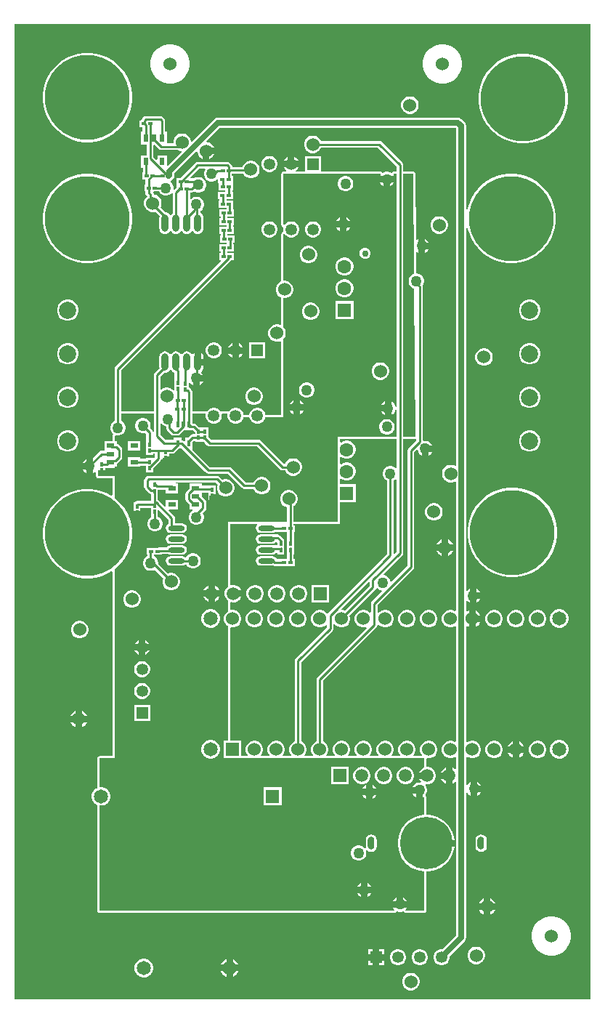
<source format=gbl>
G04*
G04 #@! TF.GenerationSoftware,Altium Limited,Altium Designer,23.4.1 (23)*
G04*
G04 Layer_Physical_Order=4*
G04 Layer_Color=16711680*
%FSLAX44Y44*%
%MOMM*%
G71*
G04*
G04 #@! TF.SameCoordinates,4F8EF9B8-0785-460B-A287-326F995E0807*
G04*
G04*
G04 #@! TF.FilePolarity,Positive*
G04*
G01*
G75*
%ADD14C,0.2540*%
%ADD17R,0.5000X0.3000*%
%ADD18R,0.6000X0.9500*%
%ADD19R,0.9500X0.6000*%
%ADD20R,0.3000X0.5000*%
%ADD30C,9.9000*%
%ADD31C,1.3500*%
%ADD32R,1.3500X1.3500*%
%ADD34R,1.3500X1.3500*%
%ADD43C,1.5240*%
%ADD44C,2.0000*%
%ADD45C,1.6500*%
%ADD46R,1.5240X1.5240*%
%ADD47O,0.7620X1.5240*%
%ADD48C,1.5000*%
%ADD49C,1.6000*%
%ADD50R,1.6500X1.6500*%
%ADD51R,1.6000X1.6000*%
%ADD52R,1.5000X1.5000*%
%ADD53C,1.2700*%
%ADD54C,0.7620*%
%ADD56O,1.9500X0.6000*%
%ADD57C,6.0960*%
%ADD58R,0.4000X0.8000*%
%ADD59O,0.8000X2.0000*%
%ADD60C,0.6350*%
G36*
X1595120Y916305D02*
X923290D01*
Y2052955D01*
X1595120D01*
Y916305D01*
D02*
G37*
%LPC*%
G36*
X1424651Y2029460D02*
X1420148D01*
X1415732Y2028582D01*
X1411572Y2026858D01*
X1407828Y2024357D01*
X1404644Y2021172D01*
X1402142Y2017428D01*
X1400419Y2013268D01*
X1399540Y2008851D01*
Y2004348D01*
X1400419Y1999932D01*
X1402142Y1995772D01*
X1404644Y1992028D01*
X1407828Y1988844D01*
X1411572Y1986342D01*
X1415732Y1984619D01*
X1420148Y1983740D01*
X1424651D01*
X1429068Y1984619D01*
X1433228Y1986342D01*
X1436972Y1988844D01*
X1440157Y1992028D01*
X1442658Y1995772D01*
X1444382Y1999932D01*
X1445260Y2004348D01*
Y2008851D01*
X1444382Y2013268D01*
X1442658Y2017428D01*
X1440157Y2021172D01*
X1436972Y2024357D01*
X1433228Y2026858D01*
X1429068Y2028582D01*
X1424651Y2029460D01*
D02*
G37*
G36*
X1107151D02*
X1102648D01*
X1098232Y2028582D01*
X1094072Y2026858D01*
X1090328Y2024357D01*
X1087143Y2021172D01*
X1084642Y2017428D01*
X1082918Y2013268D01*
X1082040Y2008851D01*
Y2004348D01*
X1082918Y1999932D01*
X1084642Y1995772D01*
X1087143Y1992028D01*
X1090328Y1988844D01*
X1094072Y1986342D01*
X1098232Y1984619D01*
X1102648Y1983740D01*
X1107151D01*
X1111568Y1984619D01*
X1115728Y1986342D01*
X1119472Y1988844D01*
X1122656Y1992028D01*
X1125158Y1995772D01*
X1126881Y1999932D01*
X1127760Y2004348D01*
Y2008851D01*
X1126881Y2013268D01*
X1125158Y2017428D01*
X1122656Y2021172D01*
X1119472Y2024357D01*
X1115728Y2026858D01*
X1111568Y2028582D01*
X1107151Y2029460D01*
D02*
G37*
G36*
X1385638Y1968500D02*
X1382962D01*
X1380378Y1967808D01*
X1378062Y1966470D01*
X1376170Y1964578D01*
X1374832Y1962262D01*
X1374140Y1959678D01*
Y1957002D01*
X1374832Y1954418D01*
X1376170Y1952102D01*
X1378062Y1950210D01*
X1380378Y1948872D01*
X1382962Y1948180D01*
X1385638D01*
X1388222Y1948872D01*
X1390538Y1950210D01*
X1392430Y1952102D01*
X1393768Y1954418D01*
X1394460Y1957002D01*
Y1959678D01*
X1393768Y1962262D01*
X1392430Y1964578D01*
X1390538Y1966470D01*
X1388222Y1967808D01*
X1385638Y1968500D01*
D02*
G37*
G36*
X1011791Y2019270D02*
X1004969D01*
X998206Y2018380D01*
X991616Y2016614D01*
X985314Y2014003D01*
X979406Y2010592D01*
X973994Y2006440D01*
X969170Y2001616D01*
X965017Y1996204D01*
X961607Y1990296D01*
X958996Y1983994D01*
X957230Y1977404D01*
X956340Y1970641D01*
Y1963819D01*
X957230Y1957056D01*
X958996Y1950466D01*
X961607Y1944164D01*
X965017Y1938256D01*
X969170Y1932844D01*
X973994Y1928020D01*
X979406Y1923867D01*
X985314Y1920457D01*
X991616Y1917846D01*
X998206Y1916080D01*
X1004969Y1915190D01*
X1011791D01*
X1018554Y1916080D01*
X1025144Y1917846D01*
X1031446Y1920457D01*
X1037354Y1923867D01*
X1042766Y1928020D01*
X1047590Y1932844D01*
X1051742Y1938256D01*
X1055153Y1944164D01*
X1057764Y1950466D01*
X1059530Y1957056D01*
X1060420Y1963819D01*
Y1970641D01*
X1059530Y1977404D01*
X1057764Y1983994D01*
X1055153Y1990296D01*
X1051742Y1996204D01*
X1047590Y2001616D01*
X1042766Y2006440D01*
X1037354Y2010592D01*
X1031446Y2014003D01*
X1025144Y2016614D01*
X1018554Y2018380D01*
X1011791Y2019270D01*
D02*
G37*
G36*
X1519791Y2018000D02*
X1512969D01*
X1506206Y2017110D01*
X1499616Y2015344D01*
X1493314Y2012733D01*
X1487406Y2009323D01*
X1481994Y2005170D01*
X1477170Y2000346D01*
X1473017Y1994934D01*
X1469607Y1989026D01*
X1466996Y1982724D01*
X1465230Y1976134D01*
X1464340Y1969371D01*
Y1962549D01*
X1465230Y1955786D01*
X1466996Y1949196D01*
X1469607Y1942894D01*
X1473017Y1936986D01*
X1477170Y1931574D01*
X1481994Y1926750D01*
X1487406Y1922598D01*
X1493314Y1919187D01*
X1499616Y1916576D01*
X1506206Y1914810D01*
X1512969Y1913920D01*
X1519791D01*
X1526554Y1914810D01*
X1533144Y1916576D01*
X1539446Y1919187D01*
X1545354Y1922598D01*
X1550766Y1926750D01*
X1555590Y1931574D01*
X1559742Y1936986D01*
X1563153Y1942894D01*
X1565764Y1949196D01*
X1567530Y1955786D01*
X1568420Y1962549D01*
Y1969371D01*
X1567530Y1976134D01*
X1565764Y1982724D01*
X1563153Y1989026D01*
X1559742Y1994934D01*
X1555590Y2000346D01*
X1550766Y2005170D01*
X1545354Y2009323D01*
X1539446Y2012733D01*
X1533144Y2015344D01*
X1526554Y2017110D01*
X1519791Y2018000D01*
D02*
G37*
G36*
X1156308Y1901190D02*
X1150620D01*
Y1895502D01*
X1150732Y1895532D01*
X1153048Y1896870D01*
X1154940Y1898762D01*
X1156278Y1901078D01*
X1156308Y1901190D01*
D02*
G37*
G36*
X1249680Y1898288D02*
Y1893570D01*
X1254398D01*
X1253304Y1895464D01*
X1251574Y1897194D01*
X1249680Y1898288D01*
D02*
G37*
G36*
X1242060D02*
X1240166Y1897194D01*
X1238436Y1895464D01*
X1237343Y1893570D01*
X1242060D01*
Y1898288D01*
D02*
G37*
G36*
X1221693Y1899050D02*
X1219247D01*
X1216884Y1898417D01*
X1214766Y1897194D01*
X1213036Y1895464D01*
X1211813Y1893346D01*
X1211180Y1890983D01*
Y1888537D01*
X1211813Y1886174D01*
X1213036Y1884056D01*
X1214766Y1882326D01*
X1216884Y1881103D01*
X1219247Y1880470D01*
X1221693D01*
X1224056Y1881103D01*
X1226174Y1882326D01*
X1227904Y1884056D01*
X1229127Y1886174D01*
X1229760Y1888537D01*
Y1890983D01*
X1229127Y1893346D01*
X1227904Y1895464D01*
X1226174Y1897194D01*
X1224056Y1898417D01*
X1221693Y1899050D01*
D02*
G37*
G36*
X1419928Y1828800D02*
X1417252D01*
X1414668Y1828108D01*
X1412352Y1826770D01*
X1410460Y1824878D01*
X1409122Y1822562D01*
X1408430Y1819978D01*
Y1817302D01*
X1409122Y1814718D01*
X1410460Y1812402D01*
X1412352Y1810510D01*
X1414668Y1809172D01*
X1417252Y1808480D01*
X1419928D01*
X1422512Y1809172D01*
X1424828Y1810510D01*
X1426720Y1812402D01*
X1428058Y1814718D01*
X1428750Y1817302D01*
Y1819978D01*
X1428058Y1822562D01*
X1426720Y1824878D01*
X1424828Y1826770D01*
X1422512Y1828108D01*
X1419928Y1828800D01*
D02*
G37*
G36*
X1221693Y1822850D02*
X1219247D01*
X1216884Y1822217D01*
X1214766Y1820994D01*
X1213036Y1819264D01*
X1211813Y1817146D01*
X1211180Y1814783D01*
Y1812337D01*
X1211813Y1809974D01*
X1213036Y1807856D01*
X1214766Y1806126D01*
X1216884Y1804903D01*
X1219247Y1804270D01*
X1221693D01*
X1224056Y1804903D01*
X1226174Y1806126D01*
X1227904Y1807856D01*
X1229127Y1809974D01*
X1229760Y1812337D01*
Y1814783D01*
X1229127Y1817146D01*
X1227904Y1819264D01*
X1226174Y1820994D01*
X1224056Y1822217D01*
X1221693Y1822850D01*
D02*
G37*
G36*
X1402080Y1802576D02*
Y1798320D01*
X1406336D01*
X1405384Y1799969D01*
X1403729Y1801624D01*
X1402080Y1802576D01*
D02*
G37*
G36*
X1406336Y1790700D02*
X1402080D01*
Y1786444D01*
X1403729Y1787396D01*
X1405384Y1789051D01*
X1406336Y1790700D01*
D02*
G37*
G36*
X1093668Y1945715D02*
X1076394D01*
X1074908Y1945419D01*
X1073647Y1944577D01*
X1072159Y1943089D01*
X1071317Y1941829D01*
X1071070Y1940586D01*
X1069354D01*
Y1932506D01*
X1072465D01*
Y1927310D01*
X1070810D01*
Y1912730D01*
X1077510D01*
Y1899810D01*
X1070810D01*
Y1885230D01*
X1073080D01*
Y1879830D01*
X1072540D01*
Y1871750D01*
X1075925D01*
Y1865860D01*
X1074770D01*
Y1857780D01*
X1075925D01*
Y1856510D01*
X1076221Y1855023D01*
X1077063Y1853763D01*
X1078265Y1852561D01*
Y1852094D01*
X1076450Y1850278D01*
X1075112Y1847962D01*
X1074420Y1845378D01*
Y1842702D01*
X1075112Y1840118D01*
X1076450Y1837802D01*
X1078342Y1835910D01*
X1080658Y1834572D01*
X1083242Y1833880D01*
X1085918D01*
X1087427Y1834284D01*
X1092690Y1829021D01*
X1092518Y1828607D01*
X1092294Y1826900D01*
Y1814900D01*
X1092518Y1813193D01*
X1093177Y1811602D01*
X1094226Y1810236D01*
X1095592Y1809187D01*
X1097183Y1808528D01*
X1098890Y1808304D01*
X1100597Y1808528D01*
X1102188Y1809187D01*
X1103555Y1810236D01*
X1104538Y1811517D01*
X1105220Y1811607D01*
X1105261D01*
X1105942Y1811517D01*
X1106926Y1810236D01*
X1108292Y1809187D01*
X1109883Y1808528D01*
X1111590Y1808304D01*
X1113297Y1808528D01*
X1114888Y1809187D01*
X1116255Y1810236D01*
X1117238Y1811517D01*
X1117920Y1811607D01*
X1117961D01*
X1118642Y1811517D01*
X1119626Y1810236D01*
X1120992Y1809187D01*
X1122583Y1808528D01*
X1124290Y1808304D01*
X1125997Y1808528D01*
X1127588Y1809187D01*
X1128954Y1810236D01*
X1129938Y1811517D01*
X1130620Y1811607D01*
X1130661D01*
X1131342Y1811517D01*
X1132326Y1810236D01*
X1133692Y1809187D01*
X1135283Y1808528D01*
X1136990Y1808304D01*
X1138697Y1808528D01*
X1140288Y1809187D01*
X1141655Y1810236D01*
X1142703Y1811602D01*
X1143362Y1813193D01*
X1143587Y1814900D01*
Y1826900D01*
X1143362Y1828607D01*
X1142703Y1830198D01*
X1141655Y1831564D01*
X1140288Y1832613D01*
X1140070Y1832703D01*
Y1835212D01*
X1140839Y1835656D01*
X1142494Y1837311D01*
X1143664Y1839339D01*
X1144270Y1841600D01*
Y1843940D01*
X1143664Y1846201D01*
X1142494Y1848229D01*
X1140839Y1849884D01*
X1138811Y1851054D01*
X1136550Y1851660D01*
X1134210D01*
X1131949Y1851054D01*
X1129921Y1849884D01*
X1129290Y1849252D01*
X1128020Y1849778D01*
Y1856510D01*
X1129020D01*
Y1856665D01*
X1130290D01*
X1131777Y1856961D01*
X1133037Y1857803D01*
X1133278Y1858045D01*
X1134489Y1857346D01*
X1136750Y1856740D01*
X1139090D01*
X1141351Y1857346D01*
X1143379Y1858516D01*
X1145034Y1860171D01*
X1146204Y1862199D01*
X1146810Y1864460D01*
Y1866800D01*
X1146204Y1869061D01*
X1145034Y1871089D01*
X1143379Y1872744D01*
X1141351Y1873914D01*
X1139090Y1874520D01*
X1136750D01*
X1134489Y1873914D01*
X1132897Y1872995D01*
X1132847Y1873029D01*
X1131361Y1873325D01*
X1129124D01*
X1128981Y1873502D01*
X1128549Y1874545D01*
X1138609Y1884605D01*
X1145183D01*
X1145785Y1883335D01*
X1144876Y1881761D01*
X1144270Y1879500D01*
Y1877160D01*
X1144876Y1874899D01*
X1146046Y1872871D01*
X1147701Y1871216D01*
X1149729Y1870046D01*
X1151990Y1869440D01*
X1154330D01*
X1156591Y1870046D01*
X1158619Y1871216D01*
X1159550Y1872148D01*
X1160820Y1871622D01*
Y1867940D01*
X1160820D01*
X1161440Y1867130D01*
Y1859050D01*
X1169285D01*
Y1856970D01*
X1160820D01*
Y1848890D01*
X1162595D01*
Y1846810D01*
X1161440D01*
Y1838730D01*
X1170555D01*
Y1836650D01*
X1162400D01*
Y1828570D01*
X1163555D01*
Y1826490D01*
X1162400D01*
Y1818410D01*
X1170555D01*
Y1816330D01*
X1162400D01*
Y1808250D01*
X1163556D01*
Y1806170D01*
X1162710D01*
Y1798090D01*
X1170865D01*
Y1796010D01*
X1162400D01*
Y1787930D01*
X1163555D01*
Y1785850D01*
X1162400D01*
Y1777770D01*
X1163557D01*
X1164043Y1776597D01*
X1041193Y1653747D01*
X1040351Y1652487D01*
X1040055Y1651000D01*
Y1590443D01*
X1038481Y1589534D01*
X1036826Y1587879D01*
X1035656Y1585851D01*
X1035050Y1583590D01*
Y1581250D01*
X1035656Y1578989D01*
X1036826Y1576961D01*
X1037793Y1575995D01*
X1037840Y1575937D01*
X1038252Y1574896D01*
X1037904Y1574270D01*
X1037841Y1574094D01*
X1037737Y1573938D01*
X1037674Y1573622D01*
X1037567Y1573317D01*
X1037577Y1573131D01*
X1037540Y1572947D01*
Y1566970D01*
X1028200D01*
Y1555815D01*
X1024880D01*
X1023393Y1555519D01*
X1022133Y1554677D01*
X1014730Y1547274D01*
Y1537970D01*
Y1529904D01*
X1016379Y1530856D01*
X1017220Y1531698D01*
X1018490Y1531172D01*
Y1526540D01*
X1018687Y1525549D01*
X1019249Y1524709D01*
X1020089Y1524147D01*
X1021080Y1523950D01*
X1037540D01*
Y1503951D01*
X1036270Y1503218D01*
X1031446Y1506003D01*
X1025144Y1508614D01*
X1018554Y1510380D01*
X1011791Y1511270D01*
X1004969D01*
X998206Y1510380D01*
X991616Y1508614D01*
X985314Y1506003D01*
X979406Y1502592D01*
X973994Y1498440D01*
X969170Y1493616D01*
X965017Y1488204D01*
X961607Y1482296D01*
X958996Y1475994D01*
X957230Y1469404D01*
X956340Y1462641D01*
Y1455819D01*
X957230Y1449056D01*
X958996Y1442466D01*
X961607Y1436164D01*
X965017Y1430256D01*
X969170Y1424844D01*
X973994Y1420020D01*
X979406Y1415867D01*
X985314Y1412457D01*
X991616Y1409846D01*
X998206Y1408080D01*
X1004969Y1407190D01*
X1011791D01*
X1018554Y1408080D01*
X1025144Y1409846D01*
X1031446Y1412457D01*
X1036270Y1415242D01*
X1037540Y1414509D01*
Y1200058D01*
X1022350D01*
X1021359Y1199860D01*
X1020519Y1199299D01*
X1019957Y1198459D01*
X1019760Y1197468D01*
Y1164341D01*
X1019794Y1164173D01*
X1019782Y1164003D01*
X1019891Y1163682D01*
X1019957Y1163350D01*
X1018964Y1162550D01*
X1017655Y1161794D01*
X1015646Y1159785D01*
X1014225Y1157325D01*
X1013490Y1154581D01*
Y1151740D01*
X1014225Y1148995D01*
X1015646Y1146535D01*
X1017655Y1144526D01*
X1018964Y1143770D01*
X1019957Y1142970D01*
X1019891Y1142638D01*
X1019782Y1142317D01*
X1019794Y1142147D01*
X1019760Y1141979D01*
Y1019952D01*
X1019957Y1018961D01*
X1020519Y1018121D01*
X1021359Y1017560D01*
X1022350Y1017363D01*
X1365979D01*
X1366970Y1017560D01*
X1367811Y1018121D01*
X1368372Y1018961D01*
X1369245Y1019258D01*
X1369439Y1019146D01*
X1371700Y1018540D01*
X1374040D01*
X1376301Y1019146D01*
X1376495Y1019258D01*
X1377368Y1018961D01*
X1377929Y1018121D01*
X1378770Y1017560D01*
X1379761Y1017363D01*
X1400810D01*
X1401801Y1017560D01*
X1402641Y1018121D01*
X1403203Y1018961D01*
X1403400Y1019952D01*
Y1065530D01*
X1405949D01*
X1411082Y1066343D01*
X1416025Y1067949D01*
X1420656Y1070309D01*
X1424861Y1073364D01*
X1428536Y1077039D01*
X1431591Y1081244D01*
X1433951Y1085875D01*
X1435557Y1090818D01*
X1436178Y1094740D01*
X1403350D01*
Y1102360D01*
X1436178D01*
X1435557Y1106282D01*
X1433951Y1111225D01*
X1431591Y1115856D01*
X1428536Y1120061D01*
X1424861Y1123736D01*
X1420656Y1126791D01*
X1416025Y1129151D01*
X1411082Y1130757D01*
X1405949Y1131570D01*
X1403400D01*
Y1151751D01*
X1403334Y1152083D01*
X1403311Y1152421D01*
X1403236Y1152575D01*
X1403203Y1152742D01*
X1403014Y1153024D01*
X1402865Y1153328D01*
X1402682Y1154145D01*
X1402731Y1154830D01*
X1403902Y1156857D01*
X1404507Y1159118D01*
Y1161459D01*
X1403902Y1163720D01*
X1402731Y1165747D01*
X1402267Y1166212D01*
X1402924Y1167350D01*
X1403298Y1167250D01*
X1405942D01*
X1408495Y1167934D01*
X1410785Y1169256D01*
X1412654Y1171125D01*
X1413976Y1173415D01*
X1414660Y1175968D01*
Y1178612D01*
X1413976Y1181165D01*
X1412654Y1183455D01*
X1410785Y1185324D01*
X1408495Y1186646D01*
X1405942Y1187330D01*
X1403400D01*
Y1196687D01*
X1404579Y1197686D01*
X1404862Y1197610D01*
X1407538D01*
X1410122Y1198302D01*
X1412438Y1199640D01*
X1414330Y1201532D01*
X1415668Y1203848D01*
X1416360Y1206432D01*
Y1209108D01*
X1415668Y1211692D01*
X1414330Y1214008D01*
X1412438Y1215900D01*
X1410122Y1217238D01*
X1407538Y1217930D01*
X1404862D01*
X1402278Y1217238D01*
X1399962Y1215900D01*
X1398070Y1214008D01*
X1396732Y1211692D01*
X1396040Y1209108D01*
Y1206432D01*
X1396732Y1203848D01*
X1398070Y1201532D01*
X1398371Y1201231D01*
X1397885Y1200058D01*
X1389115D01*
X1388629Y1201231D01*
X1388930Y1201532D01*
X1390268Y1203848D01*
X1390960Y1206432D01*
Y1209108D01*
X1390268Y1211692D01*
X1388930Y1214008D01*
X1387038Y1215900D01*
X1384722Y1217238D01*
X1382138Y1217930D01*
X1379462D01*
X1376878Y1217238D01*
X1374562Y1215900D01*
X1372670Y1214008D01*
X1371332Y1211692D01*
X1370640Y1209108D01*
Y1206432D01*
X1371332Y1203848D01*
X1372670Y1201532D01*
X1372971Y1201231D01*
X1372485Y1200058D01*
X1363715D01*
X1363229Y1201231D01*
X1363530Y1201532D01*
X1364868Y1203848D01*
X1365560Y1206432D01*
Y1209108D01*
X1364868Y1211692D01*
X1363530Y1214008D01*
X1361638Y1215900D01*
X1359322Y1217238D01*
X1356738Y1217930D01*
X1354062D01*
X1351478Y1217238D01*
X1349162Y1215900D01*
X1347270Y1214008D01*
X1345932Y1211692D01*
X1345240Y1209108D01*
Y1206432D01*
X1345932Y1203848D01*
X1347270Y1201532D01*
X1347571Y1201231D01*
X1347085Y1200058D01*
X1338315D01*
X1337829Y1201231D01*
X1338130Y1201532D01*
X1339468Y1203848D01*
X1340160Y1206432D01*
Y1209108D01*
X1339468Y1211692D01*
X1338130Y1214008D01*
X1336238Y1215900D01*
X1333922Y1217238D01*
X1331338Y1217930D01*
X1328662D01*
X1326078Y1217238D01*
X1323762Y1215900D01*
X1321870Y1214008D01*
X1320532Y1211692D01*
X1319840Y1209108D01*
Y1206432D01*
X1320532Y1203848D01*
X1321870Y1201532D01*
X1322171Y1201231D01*
X1321685Y1200058D01*
X1312915D01*
X1312429Y1201231D01*
X1312730Y1201532D01*
X1314068Y1203848D01*
X1314760Y1206432D01*
Y1209108D01*
X1314068Y1211692D01*
X1312730Y1214008D01*
X1310838Y1215900D01*
X1308522Y1217238D01*
X1305938Y1217930D01*
X1303262D01*
X1300678Y1217238D01*
X1298362Y1215900D01*
X1296470Y1214008D01*
X1295132Y1211692D01*
X1294440Y1209108D01*
Y1206432D01*
X1295132Y1203848D01*
X1296470Y1201532D01*
X1296771Y1201231D01*
X1296285Y1200058D01*
X1287515D01*
X1287029Y1201231D01*
X1287330Y1201532D01*
X1288668Y1203848D01*
X1289360Y1206432D01*
Y1209108D01*
X1288668Y1211692D01*
X1287330Y1214008D01*
X1285438Y1215900D01*
X1283122Y1217238D01*
X1283085Y1217248D01*
Y1287751D01*
X1345372Y1350038D01*
X1346214Y1351299D01*
X1346510Y1352785D01*
Y1352896D01*
X1347780Y1353422D01*
X1349162Y1352040D01*
X1351478Y1350702D01*
X1354062Y1350010D01*
X1356738D01*
X1359322Y1350702D01*
X1361638Y1352040D01*
X1363530Y1353932D01*
X1364868Y1356248D01*
X1365560Y1358832D01*
Y1361508D01*
X1364868Y1364092D01*
X1363530Y1366408D01*
X1361638Y1368300D01*
X1359322Y1369638D01*
X1356738Y1370330D01*
X1354062D01*
X1351478Y1369638D01*
X1349162Y1368300D01*
X1347780Y1366918D01*
X1346510Y1367444D01*
Y1375997D01*
X1388317Y1417804D01*
X1389159Y1419064D01*
X1389455Y1420551D01*
Y1554539D01*
X1392002Y1557087D01*
X1393326Y1556614D01*
X1393796Y1554859D01*
X1394966Y1552831D01*
X1396621Y1551176D01*
X1398270Y1550224D01*
Y1558290D01*
X1402080D01*
Y1562100D01*
X1410146D01*
X1409194Y1563749D01*
X1407539Y1565404D01*
X1405511Y1566574D01*
X1403250Y1567180D01*
X1400910D01*
X1400622Y1567103D01*
X1399615Y1567876D01*
Y1746833D01*
X1399319Y1748320D01*
X1399178Y1748532D01*
X1400008Y1749970D01*
X1400614Y1752231D01*
Y1754572D01*
X1400008Y1756833D01*
X1398837Y1758860D01*
X1397182Y1760515D01*
X1395155Y1761685D01*
X1392894Y1762291D01*
X1391695D01*
X1391501Y1787045D01*
X1392672Y1787536D01*
X1392811Y1787396D01*
X1394460Y1786444D01*
Y1794510D01*
Y1802576D01*
X1392811Y1801624D01*
X1392560Y1801372D01*
X1391384Y1801853D01*
X1390784Y1878350D01*
X1390684Y1878836D01*
X1390587Y1879321D01*
X1390582Y1879330D01*
X1390579Y1879340D01*
X1390301Y1879749D01*
X1390026Y1880161D01*
X1390017Y1880167D01*
X1390011Y1880175D01*
X1389598Y1880447D01*
X1389186Y1880723D01*
X1389176Y1880725D01*
X1389167Y1880730D01*
X1388681Y1880823D01*
X1388195Y1880920D01*
X1376755D01*
Y1888490D01*
X1376459Y1889977D01*
X1375617Y1891237D01*
X1351487Y1915367D01*
X1350227Y1916209D01*
X1348740Y1916505D01*
X1280748D01*
X1280738Y1916542D01*
X1279400Y1918858D01*
X1277508Y1920750D01*
X1275192Y1922088D01*
X1272608Y1922780D01*
X1269932D01*
X1267348Y1922088D01*
X1265032Y1920750D01*
X1263140Y1918858D01*
X1261802Y1916542D01*
X1261110Y1913958D01*
Y1911282D01*
X1261802Y1908698D01*
X1263140Y1906382D01*
X1265032Y1904490D01*
X1267348Y1903152D01*
X1269932Y1902460D01*
X1272608D01*
X1275192Y1903152D01*
X1277508Y1904490D01*
X1279400Y1906382D01*
X1280738Y1908698D01*
X1280748Y1908735D01*
X1347131D01*
X1368985Y1886881D01*
Y1880920D01*
X1365509D01*
X1365032Y1880825D01*
X1364552Y1880736D01*
X1364537Y1880726D01*
X1364518Y1880723D01*
X1364114Y1880452D01*
X1363704Y1880187D01*
X1363694Y1880172D01*
X1363678Y1880161D01*
X1363408Y1879756D01*
X1363131Y1879355D01*
X1362817Y1879250D01*
X1361061Y1880264D01*
X1358800Y1880870D01*
X1356460D01*
X1354199Y1880264D01*
X1352443Y1879250D01*
X1352129Y1879355D01*
X1351853Y1879756D01*
X1351582Y1880161D01*
X1351566Y1880172D01*
X1351556Y1880187D01*
X1351147Y1880452D01*
X1350741Y1880723D01*
X1350723Y1880726D01*
X1350708Y1880736D01*
X1350229Y1880825D01*
X1349751Y1880920D01*
X1280560D01*
Y1899050D01*
X1261980D01*
Y1880920D01*
X1251678D01*
X1251338Y1882190D01*
X1251574Y1882326D01*
X1253304Y1884056D01*
X1254398Y1885950D01*
X1245870D01*
X1237343D01*
X1238436Y1884056D01*
X1240166Y1882326D01*
X1240402Y1882190D01*
X1240062Y1880920D01*
X1236980D01*
X1235989Y1880723D01*
X1235149Y1880161D01*
X1234587Y1879321D01*
X1234390Y1878330D01*
Y1819282D01*
X1234424Y1819115D01*
X1234412Y1818944D01*
X1234521Y1818623D01*
X1234587Y1818291D01*
X1234682Y1818149D01*
X1234737Y1817987D01*
X1234961Y1817733D01*
X1235149Y1817451D01*
X1235291Y1817356D01*
X1235403Y1817227D01*
X1235707Y1817078D01*
X1235989Y1816889D01*
X1236852Y1815798D01*
X1236580Y1814783D01*
Y1812337D01*
X1236852Y1811322D01*
X1235989Y1810231D01*
X1235707Y1810042D01*
X1235403Y1809892D01*
X1235291Y1809764D01*
X1235149Y1809669D01*
X1234961Y1809388D01*
X1234737Y1809133D01*
X1234682Y1808971D01*
X1234587Y1808829D01*
X1234521Y1808497D01*
X1234412Y1808176D01*
X1234424Y1808006D01*
X1234390Y1807838D01*
Y1753870D01*
X1234518Y1753228D01*
X1234328Y1753178D01*
X1232012Y1751840D01*
X1230120Y1749948D01*
X1228782Y1747632D01*
X1228090Y1745048D01*
Y1742372D01*
X1228782Y1739788D01*
X1230120Y1737472D01*
X1232012Y1735580D01*
X1234328Y1734242D01*
X1234518Y1734192D01*
X1234390Y1733550D01*
Y1703008D01*
X1234014Y1702790D01*
X1233120Y1702421D01*
X1230698Y1703070D01*
X1228022D01*
X1225438Y1702378D01*
X1223122Y1701040D01*
X1221230Y1699148D01*
X1219892Y1696832D01*
X1219200Y1694248D01*
Y1691572D01*
X1219892Y1688988D01*
X1221230Y1686672D01*
X1223122Y1684780D01*
X1225438Y1683442D01*
X1228022Y1682750D01*
X1230698D01*
X1233120Y1683399D01*
X1234014Y1683030D01*
X1234390Y1682812D01*
Y1597710D01*
X1215777D01*
X1215765Y1597707D01*
X1215157Y1599976D01*
X1213934Y1602094D01*
X1212204Y1603824D01*
X1210086Y1605047D01*
X1207723Y1605680D01*
X1205277D01*
X1202914Y1605047D01*
X1200796Y1603824D01*
X1199066Y1602094D01*
X1197843Y1599976D01*
X1197235Y1597707D01*
X1197223Y1597710D01*
X1190377D01*
X1190365Y1597707D01*
X1189757Y1599976D01*
X1188534Y1602094D01*
X1186804Y1603824D01*
X1184686Y1605047D01*
X1182323Y1605680D01*
X1179877D01*
X1177514Y1605047D01*
X1175396Y1603824D01*
X1173666Y1602094D01*
X1173530Y1601858D01*
X1173003Y1601534D01*
X1172111Y1601323D01*
X1171779Y1601389D01*
X1171458Y1601498D01*
X1171287Y1601486D01*
X1171120Y1601520D01*
X1165680D01*
X1165513Y1601486D01*
X1165342Y1601498D01*
X1165021Y1601389D01*
X1164689Y1601323D01*
X1163797Y1601534D01*
X1163270Y1601858D01*
X1163134Y1602094D01*
X1161404Y1603824D01*
X1159286Y1605047D01*
X1156923Y1605680D01*
X1154477D01*
X1152114Y1605047D01*
X1149996Y1603824D01*
X1148266Y1602094D01*
X1148130Y1601858D01*
X1147603Y1601534D01*
X1146711Y1601323D01*
X1146379Y1601389D01*
X1146058Y1601498D01*
X1145887Y1601486D01*
X1145720Y1601520D01*
X1130525D01*
Y1624462D01*
X1130229Y1625949D01*
X1129387Y1627209D01*
X1127899Y1628697D01*
X1126720Y1629485D01*
Y1634324D01*
X1127915Y1634675D01*
X1127990Y1634676D01*
X1129629Y1633037D01*
X1131278Y1632086D01*
Y1640151D01*
X1135088D01*
Y1643961D01*
X1143153D01*
X1142202Y1645610D01*
X1141384Y1646427D01*
X1141494Y1648113D01*
X1141655Y1648236D01*
X1142703Y1649602D01*
X1143362Y1651193D01*
X1143587Y1652900D01*
Y1655090D01*
X1136990D01*
Y1658900D01*
X1133180D01*
Y1670220D01*
X1132326Y1669564D01*
X1131342Y1668283D01*
X1130661Y1668193D01*
X1130620D01*
X1129938Y1668283D01*
X1128954Y1669564D01*
X1127588Y1670613D01*
X1125997Y1671272D01*
X1124290Y1671496D01*
X1122583Y1671272D01*
X1120992Y1670613D01*
X1119626Y1669564D01*
X1118642Y1668283D01*
X1117961Y1668193D01*
X1117920D01*
X1117238Y1668283D01*
X1116255Y1669564D01*
X1114888Y1670613D01*
X1113297Y1671272D01*
X1111590Y1671496D01*
X1109883Y1671272D01*
X1108292Y1670613D01*
X1106926Y1669564D01*
X1105942Y1668283D01*
X1105261Y1668193D01*
X1105220D01*
X1104538Y1668283D01*
X1103555Y1669564D01*
X1102188Y1670613D01*
X1100597Y1671272D01*
X1098890Y1671496D01*
X1097183Y1671272D01*
X1095592Y1670613D01*
X1094226Y1669564D01*
X1093177Y1668198D01*
X1092518Y1666607D01*
X1092294Y1664900D01*
Y1652900D01*
X1092422Y1651926D01*
X1086913Y1646417D01*
X1086071Y1645157D01*
X1085775Y1643670D01*
Y1601520D01*
X1047825D01*
Y1649391D01*
X1175957Y1777523D01*
X1176122Y1777770D01*
X1179480D01*
Y1785850D01*
X1171325D01*
Y1787930D01*
X1179480D01*
Y1796010D01*
X1178635D01*
Y1798090D01*
X1179790D01*
Y1806170D01*
X1171325D01*
Y1808250D01*
X1179480D01*
Y1816330D01*
X1178325D01*
Y1818410D01*
X1179480D01*
Y1826490D01*
X1171325D01*
Y1828570D01*
X1179480D01*
Y1836650D01*
X1178325D01*
Y1838730D01*
X1178520D01*
Y1846810D01*
X1170365D01*
Y1848890D01*
X1177900D01*
Y1856970D01*
X1177055D01*
Y1859050D01*
X1178520D01*
Y1867130D01*
X1178520D01*
X1177900Y1867940D01*
Y1876020D01*
X1176900D01*
Y1878100D01*
X1178210D01*
Y1878485D01*
X1189992D01*
X1190750Y1877172D01*
X1192642Y1875280D01*
X1194958Y1873942D01*
X1197542Y1873250D01*
X1200218D01*
X1202802Y1873942D01*
X1205118Y1875280D01*
X1207010Y1877172D01*
X1208348Y1879488D01*
X1209040Y1882072D01*
Y1884748D01*
X1208348Y1887332D01*
X1207010Y1889648D01*
X1205118Y1891540D01*
X1202802Y1892878D01*
X1200218Y1893570D01*
X1197542D01*
X1194958Y1892878D01*
X1192642Y1891540D01*
X1190750Y1889648D01*
X1189412Y1887332D01*
X1189124Y1886255D01*
X1177055D01*
Y1887002D01*
X1176759Y1888489D01*
X1175917Y1889749D01*
X1174429Y1891237D01*
X1173169Y1892079D01*
X1171682Y1892375D01*
X1137000D01*
X1135513Y1892079D01*
X1134253Y1891237D01*
X1116496Y1873480D01*
X1111910D01*
Y1865848D01*
X1111910Y1865400D01*
X1111910D01*
X1111940Y1864590D01*
X1111940D01*
Y1862004D01*
X1109819Y1859883D01*
X1108681Y1860540D01*
X1108710Y1860650D01*
Y1862990D01*
X1108104Y1865251D01*
X1106934Y1867279D01*
X1105279Y1868934D01*
X1104932Y1869134D01*
X1105139Y1870387D01*
X1105240Y1870407D01*
X1107130Y1871670D01*
X1107211Y1871750D01*
X1108050D01*
Y1872589D01*
X1108130Y1872670D01*
X1109393Y1874560D01*
X1109837Y1876790D01*
Y1878837D01*
X1135477Y1904476D01*
X1136650Y1903990D01*
Y1903662D01*
X1137342Y1901078D01*
X1138680Y1898762D01*
X1140572Y1896870D01*
X1142888Y1895532D01*
X1143000Y1895502D01*
Y1905000D01*
X1146810D01*
Y1908810D01*
X1156308D01*
X1156278Y1908922D01*
X1154940Y1911238D01*
X1153048Y1913130D01*
X1150732Y1914468D01*
X1148148Y1915160D01*
X1147820D01*
X1147334Y1916333D01*
X1163194Y1932193D01*
X1437857D01*
X1438163Y1931887D01*
Y1538509D01*
X1437063Y1537874D01*
X1435896Y1538548D01*
X1433312Y1539240D01*
X1430637D01*
X1428053Y1538548D01*
X1425736Y1537210D01*
X1423844Y1535318D01*
X1422507Y1533002D01*
X1421815Y1530418D01*
Y1527742D01*
X1422507Y1525158D01*
X1423844Y1522842D01*
X1425736Y1520950D01*
X1428053Y1519612D01*
X1430637Y1518920D01*
X1433312D01*
X1435896Y1519612D01*
X1437063Y1520286D01*
X1438163Y1519651D01*
Y1369579D01*
X1436893Y1368846D01*
X1435522Y1369638D01*
X1432938Y1370330D01*
X1430262D01*
X1427678Y1369638D01*
X1425362Y1368300D01*
X1423470Y1366408D01*
X1422132Y1364092D01*
X1421440Y1361508D01*
Y1358832D01*
X1422132Y1356248D01*
X1423470Y1353932D01*
X1425362Y1352040D01*
X1427678Y1350702D01*
X1430262Y1350010D01*
X1432938D01*
X1435522Y1350702D01*
X1436893Y1351494D01*
X1438163Y1350761D01*
Y1217179D01*
X1436893Y1216446D01*
X1435522Y1217238D01*
X1432938Y1217930D01*
X1430262D01*
X1427678Y1217238D01*
X1425362Y1215900D01*
X1423470Y1214008D01*
X1422132Y1211692D01*
X1421440Y1209108D01*
Y1206432D01*
X1422132Y1203848D01*
X1423470Y1201532D01*
X1425362Y1199640D01*
X1427678Y1198302D01*
X1430262Y1197610D01*
X1432938D01*
X1435522Y1198302D01*
X1436893Y1199094D01*
X1438163Y1198361D01*
Y1185142D01*
X1436893Y1184616D01*
X1436185Y1185324D01*
X1433895Y1186646D01*
X1433830Y1186663D01*
Y1177290D01*
Y1167917D01*
X1433895Y1167934D01*
X1436185Y1169256D01*
X1436893Y1169964D01*
X1438163Y1169438D01*
Y990944D01*
X1422179Y974960D01*
X1419907D01*
X1417544Y974327D01*
X1415426Y973104D01*
X1413696Y971374D01*
X1412473Y969256D01*
X1411840Y966893D01*
Y964447D01*
X1412473Y962084D01*
X1413696Y959966D01*
X1415426Y958236D01*
X1417544Y957013D01*
X1419907Y956380D01*
X1422353D01*
X1424716Y957013D01*
X1426834Y958236D01*
X1428564Y959966D01*
X1429787Y962084D01*
X1430420Y964447D01*
Y966719D01*
X1448110Y984410D01*
X1449373Y986300D01*
X1449817Y988530D01*
Y1158162D01*
X1449971Y1158225D01*
X1451087Y1158374D01*
X1452116Y1156591D01*
X1453771Y1154936D01*
X1455420Y1153984D01*
Y1162050D01*
Y1170116D01*
X1453771Y1169164D01*
X1452116Y1167509D01*
X1451087Y1165726D01*
X1449971Y1165875D01*
X1449817Y1165938D01*
Y1198944D01*
X1451087Y1199452D01*
X1453078Y1198302D01*
X1455662Y1197610D01*
X1458338D01*
X1460922Y1198302D01*
X1463238Y1199640D01*
X1465130Y1201532D01*
X1466468Y1203848D01*
X1467160Y1206432D01*
Y1209108D01*
X1466468Y1211692D01*
X1465130Y1214008D01*
X1463238Y1215900D01*
X1460922Y1217238D01*
X1458338Y1217930D01*
X1455662D01*
X1453078Y1217238D01*
X1451087Y1216088D01*
X1449817Y1216596D01*
Y1351344D01*
X1451087Y1351852D01*
X1453078Y1350702D01*
X1453190Y1350672D01*
Y1360170D01*
Y1369668D01*
X1453078Y1369638D01*
X1451087Y1368488D01*
X1449817Y1368996D01*
Y1380800D01*
X1451087Y1381141D01*
X1452501Y1379726D01*
X1454150Y1378774D01*
Y1386840D01*
Y1394906D01*
X1452501Y1393954D01*
X1451087Y1392539D01*
X1449817Y1392880D01*
Y1817320D01*
X1451087Y1817403D01*
X1451260Y1816086D01*
X1453026Y1809496D01*
X1455637Y1803194D01*
X1459048Y1797286D01*
X1463200Y1791874D01*
X1468024Y1787050D01*
X1473436Y1782897D01*
X1479344Y1779487D01*
X1485646Y1776876D01*
X1492236Y1775110D01*
X1498999Y1774220D01*
X1505821D01*
X1512584Y1775110D01*
X1519174Y1776876D01*
X1525476Y1779487D01*
X1531384Y1782897D01*
X1536796Y1787050D01*
X1541620Y1791874D01*
X1545773Y1797286D01*
X1549183Y1803194D01*
X1551794Y1809496D01*
X1553560Y1816086D01*
X1554450Y1822849D01*
Y1829671D01*
X1553560Y1836434D01*
X1551794Y1843024D01*
X1549183Y1849326D01*
X1545773Y1855234D01*
X1541620Y1860646D01*
X1536796Y1865470D01*
X1531384Y1869622D01*
X1525476Y1873033D01*
X1519174Y1875644D01*
X1512584Y1877410D01*
X1505821Y1878300D01*
X1498999D01*
X1492236Y1877410D01*
X1485646Y1875644D01*
X1479344Y1873033D01*
X1473436Y1869622D01*
X1468024Y1865470D01*
X1463200Y1860646D01*
X1459048Y1855234D01*
X1455637Y1849326D01*
X1453026Y1843024D01*
X1451260Y1836434D01*
X1451087Y1835117D01*
X1449817Y1835200D01*
Y1934300D01*
X1449373Y1936530D01*
X1448110Y1938421D01*
X1444391Y1942140D01*
X1442500Y1943403D01*
X1440270Y1943847D01*
X1160780D01*
X1158550Y1943403D01*
X1156660Y1942140D01*
X1130203Y1915684D01*
X1129030Y1916170D01*
Y1916498D01*
X1128338Y1919082D01*
X1127000Y1921398D01*
X1125108Y1923290D01*
X1122792Y1924628D01*
X1120208Y1925320D01*
X1117532D01*
X1114948Y1924628D01*
X1112632Y1923290D01*
X1110740Y1921398D01*
X1109402Y1919082D01*
X1108710Y1916498D01*
Y1913965D01*
X1100890D01*
Y1927310D01*
X1099041D01*
Y1940342D01*
X1098745Y1941829D01*
X1097903Y1943089D01*
X1096415Y1944577D01*
X1095155Y1945419D01*
X1093668Y1945715D01*
D02*
G37*
G36*
X1011791Y1878300D02*
X1004969D01*
X998206Y1877410D01*
X991616Y1875644D01*
X985314Y1873033D01*
X979406Y1869622D01*
X973994Y1865470D01*
X969170Y1860646D01*
X965017Y1855234D01*
X961607Y1849326D01*
X958996Y1843024D01*
X957230Y1836434D01*
X956340Y1829671D01*
Y1822849D01*
X957230Y1816086D01*
X958996Y1809496D01*
X961607Y1803194D01*
X965017Y1797286D01*
X969170Y1791874D01*
X973994Y1787050D01*
X979406Y1782897D01*
X985314Y1779487D01*
X991616Y1776876D01*
X998206Y1775110D01*
X1004969Y1774220D01*
X1011791D01*
X1018554Y1775110D01*
X1025144Y1776876D01*
X1031446Y1779487D01*
X1037354Y1782897D01*
X1042766Y1787050D01*
X1047590Y1791874D01*
X1051742Y1797286D01*
X1055153Y1803194D01*
X1057764Y1809496D01*
X1059530Y1816086D01*
X1060420Y1822849D01*
Y1829671D01*
X1059530Y1836434D01*
X1057764Y1843024D01*
X1055153Y1849326D01*
X1051742Y1855234D01*
X1047590Y1860646D01*
X1042766Y1865470D01*
X1037354Y1869622D01*
X1031446Y1873033D01*
X1025144Y1875644D01*
X1018554Y1877410D01*
X1011791Y1878300D01*
D02*
G37*
G36*
X1525651Y1732120D02*
X1522349D01*
X1519160Y1731265D01*
X1516300Y1729615D01*
X1513965Y1727280D01*
X1512315Y1724420D01*
X1511460Y1721231D01*
Y1717929D01*
X1512315Y1714740D01*
X1513965Y1711880D01*
X1516300Y1709545D01*
X1519160Y1707895D01*
X1522349Y1707040D01*
X1525651D01*
X1528840Y1707895D01*
X1531700Y1709545D01*
X1534034Y1711880D01*
X1535685Y1714740D01*
X1536540Y1717929D01*
Y1721231D01*
X1535685Y1724420D01*
X1534034Y1727280D01*
X1531700Y1729615D01*
X1528840Y1731265D01*
X1525651Y1732120D01*
D02*
G37*
G36*
X987171D02*
X983869D01*
X980680Y1731265D01*
X977820Y1729615D01*
X975486Y1727280D01*
X973835Y1724420D01*
X972980Y1721231D01*
Y1717929D01*
X973835Y1714740D01*
X975486Y1711880D01*
X977820Y1709545D01*
X980680Y1707895D01*
X983869Y1707040D01*
X987171D01*
X990360Y1707895D01*
X993220Y1709545D01*
X995555Y1711880D01*
X997205Y1714740D01*
X998060Y1717929D01*
Y1721231D01*
X997205Y1724420D01*
X995555Y1727280D01*
X993220Y1729615D01*
X990360Y1731265D01*
X987171Y1732120D01*
D02*
G37*
G36*
X1184910Y1681118D02*
Y1676400D01*
X1189628D01*
X1188534Y1678294D01*
X1186804Y1680024D01*
X1184910Y1681118D01*
D02*
G37*
G36*
X1177290D02*
X1175396Y1680024D01*
X1173666Y1678294D01*
X1172572Y1676400D01*
X1177290D01*
Y1681118D01*
D02*
G37*
G36*
X1189628Y1668780D02*
X1184910D01*
Y1664062D01*
X1186804Y1665156D01*
X1188534Y1666886D01*
X1189628Y1668780D01*
D02*
G37*
G36*
X1177290D02*
X1172572D01*
X1173666Y1666886D01*
X1175396Y1665156D01*
X1177290Y1664062D01*
Y1668780D01*
D02*
G37*
G36*
X1215790Y1681880D02*
X1197210D01*
Y1663300D01*
X1215790D01*
Y1681880D01*
D02*
G37*
G36*
X1156923D02*
X1154477D01*
X1152114Y1681247D01*
X1149996Y1680024D01*
X1148266Y1678294D01*
X1147043Y1676176D01*
X1146410Y1673813D01*
Y1671367D01*
X1147043Y1669004D01*
X1148266Y1666886D01*
X1149996Y1665156D01*
X1152114Y1663933D01*
X1154477Y1663300D01*
X1156923D01*
X1159286Y1663933D01*
X1161404Y1665156D01*
X1163134Y1666886D01*
X1164357Y1669004D01*
X1164990Y1671367D01*
Y1673813D01*
X1164357Y1676176D01*
X1163134Y1678294D01*
X1161404Y1680024D01*
X1159286Y1681247D01*
X1156923Y1681880D01*
D02*
G37*
G36*
X1140800Y1670220D02*
Y1662710D01*
X1143587D01*
Y1664900D01*
X1143362Y1666607D01*
X1142703Y1668198D01*
X1141655Y1669564D01*
X1140800Y1670220D01*
D02*
G37*
G36*
X1525651Y1681320D02*
X1522349D01*
X1519160Y1680465D01*
X1516300Y1678815D01*
X1513965Y1676480D01*
X1512315Y1673620D01*
X1511460Y1670431D01*
Y1667129D01*
X1512315Y1663940D01*
X1513965Y1661080D01*
X1516300Y1658746D01*
X1519160Y1657095D01*
X1522349Y1656240D01*
X1525651D01*
X1528840Y1657095D01*
X1531700Y1658746D01*
X1534034Y1661080D01*
X1535685Y1663940D01*
X1536540Y1667129D01*
Y1670431D01*
X1535685Y1673620D01*
X1534034Y1676480D01*
X1531700Y1678815D01*
X1528840Y1680465D01*
X1525651Y1681320D01*
D02*
G37*
G36*
X987171D02*
X983869D01*
X980680Y1680465D01*
X977820Y1678815D01*
X975486Y1676480D01*
X973835Y1673620D01*
X972980Y1670431D01*
Y1667129D01*
X973835Y1663940D01*
X975486Y1661080D01*
X977820Y1658746D01*
X980680Y1657095D01*
X983869Y1656240D01*
X987171D01*
X990360Y1657095D01*
X993220Y1658746D01*
X995555Y1661080D01*
X997205Y1663940D01*
X998060Y1667129D01*
Y1670431D01*
X997205Y1673620D01*
X995555Y1676480D01*
X993220Y1678815D01*
X990360Y1680465D01*
X987171Y1681320D01*
D02*
G37*
G36*
X1471998Y1675130D02*
X1469322D01*
X1466738Y1674438D01*
X1464422Y1673100D01*
X1462530Y1671208D01*
X1461192Y1668892D01*
X1460500Y1666308D01*
Y1663632D01*
X1461192Y1661048D01*
X1462530Y1658732D01*
X1464422Y1656840D01*
X1466738Y1655502D01*
X1469322Y1654810D01*
X1471998D01*
X1474582Y1655502D01*
X1476898Y1656840D01*
X1478790Y1658732D01*
X1480128Y1661048D01*
X1480820Y1663632D01*
Y1666308D01*
X1480128Y1668892D01*
X1478790Y1671208D01*
X1476898Y1673100D01*
X1474582Y1674438D01*
X1471998Y1675130D01*
D02*
G37*
G36*
X1143153Y1636341D02*
X1138898D01*
Y1632086D01*
X1140546Y1633037D01*
X1142202Y1634693D01*
X1143153Y1636341D01*
D02*
G37*
G36*
X1204028Y1629410D02*
X1201352D01*
X1198768Y1628718D01*
X1196452Y1627380D01*
X1194560Y1625488D01*
X1193222Y1623172D01*
X1192530Y1620588D01*
Y1617912D01*
X1193222Y1615328D01*
X1194560Y1613012D01*
X1196452Y1611120D01*
X1198768Y1609782D01*
X1201352Y1609090D01*
X1204028D01*
X1206612Y1609782D01*
X1208928Y1611120D01*
X1210820Y1613012D01*
X1212158Y1615328D01*
X1212850Y1617912D01*
Y1620588D01*
X1212158Y1623172D01*
X1210820Y1625488D01*
X1208928Y1627380D01*
X1206612Y1628718D01*
X1204028Y1629410D01*
D02*
G37*
G36*
X1525651Y1630520D02*
X1522349D01*
X1519160Y1629665D01*
X1516300Y1628015D01*
X1513965Y1625680D01*
X1512315Y1622820D01*
X1511460Y1619631D01*
Y1616329D01*
X1512315Y1613140D01*
X1513965Y1610280D01*
X1516300Y1607946D01*
X1519160Y1606295D01*
X1522349Y1605440D01*
X1525651D01*
X1528840Y1606295D01*
X1531700Y1607946D01*
X1534034Y1610280D01*
X1535685Y1613140D01*
X1536540Y1616329D01*
Y1619631D01*
X1535685Y1622820D01*
X1534034Y1625680D01*
X1531700Y1628015D01*
X1528840Y1629665D01*
X1525651Y1630520D01*
D02*
G37*
G36*
X987171D02*
X983869D01*
X980680Y1629665D01*
X977820Y1628015D01*
X975486Y1625680D01*
X973835Y1622820D01*
X972980Y1619631D01*
Y1616329D01*
X973835Y1613140D01*
X975486Y1610280D01*
X977820Y1607946D01*
X980680Y1606295D01*
X983869Y1605440D01*
X987171D01*
X990360Y1606295D01*
X993220Y1607946D01*
X995555Y1610280D01*
X997205Y1613140D01*
X998060Y1616329D01*
Y1619631D01*
X997205Y1622820D01*
X995555Y1625680D01*
X993220Y1628015D01*
X990360Y1629665D01*
X987171Y1630520D01*
D02*
G37*
G36*
X1525651Y1579720D02*
X1522349D01*
X1519160Y1578865D01*
X1516300Y1577215D01*
X1513965Y1574880D01*
X1512315Y1572020D01*
X1511460Y1568831D01*
Y1565529D01*
X1512315Y1562340D01*
X1513965Y1559480D01*
X1516300Y1557146D01*
X1519160Y1555495D01*
X1522349Y1554640D01*
X1525651D01*
X1528840Y1555495D01*
X1531700Y1557146D01*
X1534034Y1559480D01*
X1535685Y1562340D01*
X1536540Y1565529D01*
Y1568831D01*
X1535685Y1572020D01*
X1534034Y1574880D01*
X1531700Y1577215D01*
X1528840Y1578865D01*
X1525651Y1579720D01*
D02*
G37*
G36*
X987171D02*
X983869D01*
X980680Y1578865D01*
X977820Y1577215D01*
X975486Y1574880D01*
X973835Y1572020D01*
X972980Y1568831D01*
Y1565529D01*
X973835Y1562340D01*
X975486Y1559480D01*
X977820Y1557146D01*
X980680Y1555495D01*
X983869Y1554640D01*
X987171D01*
X990360Y1555495D01*
X993220Y1557146D01*
X995555Y1559480D01*
X997205Y1562340D01*
X998060Y1565529D01*
Y1568831D01*
X997205Y1572020D01*
X995555Y1574880D01*
X993220Y1577215D01*
X990360Y1578865D01*
X987171Y1579720D01*
D02*
G37*
G36*
X1410146Y1554480D02*
X1405890D01*
Y1550224D01*
X1407539Y1551176D01*
X1409194Y1552831D01*
X1410146Y1554480D01*
D02*
G37*
G36*
X1007110Y1546036D02*
X1005461Y1545084D01*
X1003806Y1543429D01*
X1002854Y1541780D01*
X1007110D01*
Y1546036D01*
D02*
G37*
G36*
Y1534160D02*
X1002854D01*
X1003806Y1532511D01*
X1005461Y1530856D01*
X1007110Y1529904D01*
Y1534160D01*
D02*
G37*
G36*
X1413578Y1494790D02*
X1410902D01*
X1408318Y1494098D01*
X1406002Y1492760D01*
X1404110Y1490868D01*
X1402772Y1488552D01*
X1402080Y1485968D01*
Y1483292D01*
X1402772Y1480708D01*
X1404110Y1478392D01*
X1406002Y1476500D01*
X1408318Y1475162D01*
X1410902Y1474470D01*
X1413578D01*
X1416162Y1475162D01*
X1418478Y1476500D01*
X1420370Y1478392D01*
X1421708Y1480708D01*
X1422400Y1483292D01*
Y1485968D01*
X1421708Y1488552D01*
X1420370Y1490868D01*
X1418478Y1492760D01*
X1416162Y1494098D01*
X1413578Y1494790D01*
D02*
G37*
G36*
X1428750Y1452218D02*
Y1446530D01*
X1434438D01*
X1434408Y1446642D01*
X1433070Y1448958D01*
X1431178Y1450850D01*
X1428862Y1452188D01*
X1428750Y1452218D01*
D02*
G37*
G36*
X1421130D02*
X1421018Y1452188D01*
X1418702Y1450850D01*
X1416810Y1448958D01*
X1415472Y1446642D01*
X1415443Y1446530D01*
X1421130D01*
Y1452218D01*
D02*
G37*
G36*
X1434438Y1438910D02*
X1428750D01*
Y1433223D01*
X1428862Y1433252D01*
X1431178Y1434590D01*
X1433070Y1436482D01*
X1434408Y1438798D01*
X1434438Y1438910D01*
D02*
G37*
G36*
X1421130D02*
X1415443D01*
X1415472Y1438798D01*
X1416810Y1436482D01*
X1418702Y1434590D01*
X1421018Y1433252D01*
X1421130Y1433223D01*
Y1438910D01*
D02*
G37*
G36*
X1507091Y1512540D02*
X1500269D01*
X1493506Y1511650D01*
X1486916Y1509884D01*
X1480614Y1507273D01*
X1474706Y1503862D01*
X1469294Y1499710D01*
X1464470Y1494886D01*
X1460318Y1489474D01*
X1456907Y1483566D01*
X1454296Y1477264D01*
X1452530Y1470674D01*
X1451640Y1463911D01*
Y1457089D01*
X1452530Y1450326D01*
X1454296Y1443736D01*
X1456907Y1437434D01*
X1460318Y1431526D01*
X1464470Y1426114D01*
X1469294Y1421290D01*
X1474706Y1417137D01*
X1480614Y1413727D01*
X1486916Y1411116D01*
X1493506Y1409350D01*
X1500269Y1408460D01*
X1507091D01*
X1513854Y1409350D01*
X1520444Y1411116D01*
X1526746Y1413727D01*
X1532654Y1417137D01*
X1538066Y1421290D01*
X1542890Y1426114D01*
X1547043Y1431526D01*
X1550453Y1437434D01*
X1553064Y1443736D01*
X1554830Y1450326D01*
X1555720Y1457089D01*
Y1463911D01*
X1554830Y1470674D01*
X1553064Y1477264D01*
X1550453Y1483566D01*
X1547043Y1489474D01*
X1542890Y1494886D01*
X1538066Y1499710D01*
X1532654Y1503862D01*
X1526746Y1507273D01*
X1520444Y1509884D01*
X1513854Y1511650D01*
X1507091Y1512540D01*
D02*
G37*
G36*
X1461770Y1394906D02*
Y1390650D01*
X1466026D01*
X1465074Y1392299D01*
X1463419Y1393954D01*
X1461770Y1394906D01*
D02*
G37*
G36*
X1466026Y1383030D02*
X1461770D01*
Y1378774D01*
X1463419Y1379726D01*
X1465074Y1381381D01*
X1466026Y1383030D01*
D02*
G37*
G36*
X1460810Y1369668D02*
Y1363980D01*
X1466497D01*
X1466468Y1364092D01*
X1465130Y1366408D01*
X1463238Y1368300D01*
X1460922Y1369638D01*
X1460810Y1369668D01*
D02*
G37*
G36*
X1466497Y1356360D02*
X1460810D01*
Y1350672D01*
X1460922Y1350702D01*
X1463238Y1352040D01*
X1465130Y1353932D01*
X1466468Y1356248D01*
X1466497Y1356360D01*
D02*
G37*
G36*
X1534538Y1370330D02*
X1531862D01*
X1529278Y1369638D01*
X1526962Y1368300D01*
X1525070Y1366408D01*
X1523732Y1364092D01*
X1523040Y1361508D01*
Y1358832D01*
X1523732Y1356248D01*
X1525070Y1353932D01*
X1526962Y1352040D01*
X1529278Y1350702D01*
X1531862Y1350010D01*
X1534538D01*
X1537122Y1350702D01*
X1539438Y1352040D01*
X1541330Y1353932D01*
X1542668Y1356248D01*
X1543360Y1358832D01*
Y1361508D01*
X1542668Y1364092D01*
X1541330Y1366408D01*
X1539438Y1368300D01*
X1537122Y1369638D01*
X1534538Y1370330D01*
D02*
G37*
G36*
X1509138D02*
X1506462D01*
X1503878Y1369638D01*
X1501562Y1368300D01*
X1499670Y1366408D01*
X1498332Y1364092D01*
X1497640Y1361508D01*
Y1358832D01*
X1498332Y1356248D01*
X1499670Y1353932D01*
X1501562Y1352040D01*
X1503878Y1350702D01*
X1506462Y1350010D01*
X1509138D01*
X1511722Y1350702D01*
X1514038Y1352040D01*
X1515930Y1353932D01*
X1517268Y1356248D01*
X1517960Y1358832D01*
Y1361508D01*
X1517268Y1364092D01*
X1515930Y1366408D01*
X1514038Y1368300D01*
X1511722Y1369638D01*
X1509138Y1370330D01*
D02*
G37*
G36*
X1483738D02*
X1481062D01*
X1478478Y1369638D01*
X1476162Y1368300D01*
X1474270Y1366408D01*
X1472932Y1364092D01*
X1472240Y1361508D01*
Y1358832D01*
X1472932Y1356248D01*
X1474270Y1353932D01*
X1476162Y1352040D01*
X1478478Y1350702D01*
X1481062Y1350010D01*
X1483738D01*
X1486322Y1350702D01*
X1488638Y1352040D01*
X1490530Y1353932D01*
X1491868Y1356248D01*
X1492560Y1358832D01*
Y1361508D01*
X1491868Y1364092D01*
X1490530Y1366408D01*
X1488638Y1368300D01*
X1486322Y1369638D01*
X1483738Y1370330D01*
D02*
G37*
G36*
X1407538D02*
X1404862D01*
X1402278Y1369638D01*
X1399962Y1368300D01*
X1398070Y1366408D01*
X1396732Y1364092D01*
X1396040Y1361508D01*
Y1358832D01*
X1396732Y1356248D01*
X1398070Y1353932D01*
X1399962Y1352040D01*
X1402278Y1350702D01*
X1404862Y1350010D01*
X1407538D01*
X1410122Y1350702D01*
X1412438Y1352040D01*
X1414330Y1353932D01*
X1415668Y1356248D01*
X1416360Y1358832D01*
Y1361508D01*
X1415668Y1364092D01*
X1414330Y1366408D01*
X1412438Y1368300D01*
X1410122Y1369638D01*
X1407538Y1370330D01*
D02*
G37*
G36*
X1382138D02*
X1379462D01*
X1376878Y1369638D01*
X1374562Y1368300D01*
X1372670Y1366408D01*
X1371332Y1364092D01*
X1370640Y1361508D01*
Y1358832D01*
X1371332Y1356248D01*
X1372670Y1353932D01*
X1374562Y1352040D01*
X1376878Y1350702D01*
X1379462Y1350010D01*
X1382138D01*
X1384722Y1350702D01*
X1387038Y1352040D01*
X1388930Y1353932D01*
X1390268Y1356248D01*
X1390960Y1358832D01*
Y1361508D01*
X1390268Y1364092D01*
X1388930Y1366408D01*
X1387038Y1368300D01*
X1384722Y1369638D01*
X1382138Y1370330D01*
D02*
G37*
G36*
X1560020Y1370960D02*
X1557180D01*
X1554435Y1370225D01*
X1551975Y1368804D01*
X1549966Y1366795D01*
X1548545Y1364335D01*
X1547810Y1361591D01*
Y1358750D01*
X1548545Y1356005D01*
X1549966Y1353545D01*
X1551975Y1351536D01*
X1554435Y1350115D01*
X1557180Y1349380D01*
X1560020D01*
X1562765Y1350115D01*
X1565225Y1351536D01*
X1567234Y1353545D01*
X1568655Y1356005D01*
X1569390Y1358750D01*
Y1361591D01*
X1568655Y1364335D01*
X1567234Y1366795D01*
X1565225Y1368804D01*
X1562765Y1370225D01*
X1560020Y1370960D01*
D02*
G37*
G36*
X1000828Y1357630D02*
X998152D01*
X995568Y1356938D01*
X993252Y1355600D01*
X991360Y1353708D01*
X990022Y1351392D01*
X989330Y1348808D01*
Y1346132D01*
X990022Y1343548D01*
X991360Y1341232D01*
X993252Y1339340D01*
X995568Y1338002D01*
X998152Y1337310D01*
X1000828D01*
X1003412Y1338002D01*
X1005728Y1339340D01*
X1007620Y1341232D01*
X1008958Y1343548D01*
X1009650Y1346132D01*
Y1348808D01*
X1008958Y1351392D01*
X1007620Y1353708D01*
X1005728Y1355600D01*
X1003412Y1356938D01*
X1000828Y1357630D01*
D02*
G37*
G36*
X1002030Y1252828D02*
Y1247140D01*
X1007718D01*
X1007688Y1247252D01*
X1006350Y1249568D01*
X1004458Y1251460D01*
X1002142Y1252798D01*
X1002030Y1252828D01*
D02*
G37*
G36*
X994410D02*
X994298Y1252798D01*
X991982Y1251460D01*
X990090Y1249568D01*
X988752Y1247252D01*
X988723Y1247140D01*
X994410D01*
Y1252828D01*
D02*
G37*
G36*
X1007718Y1239520D02*
X1002030D01*
Y1233832D01*
X1002142Y1233862D01*
X1004458Y1235200D01*
X1006350Y1237092D01*
X1007688Y1239408D01*
X1007718Y1239520D01*
D02*
G37*
G36*
X994410D02*
X988723D01*
X988752Y1239408D01*
X990090Y1237092D01*
X991982Y1235200D01*
X994298Y1233862D01*
X994410Y1233832D01*
Y1239520D01*
D02*
G37*
G36*
X1511610Y1217268D02*
Y1211580D01*
X1517298D01*
X1517268Y1211692D01*
X1515930Y1214008D01*
X1514038Y1215900D01*
X1511722Y1217238D01*
X1511610Y1217268D01*
D02*
G37*
G36*
X1503990D02*
X1503878Y1217238D01*
X1501562Y1215900D01*
X1499670Y1214008D01*
X1498332Y1211692D01*
X1498302Y1211580D01*
X1503990D01*
Y1217268D01*
D02*
G37*
G36*
X1517298Y1203960D02*
X1511610D01*
Y1198272D01*
X1511722Y1198302D01*
X1514038Y1199640D01*
X1515930Y1201532D01*
X1517268Y1203848D01*
X1517298Y1203960D01*
D02*
G37*
G36*
X1503990D02*
X1498302D01*
X1498332Y1203848D01*
X1499670Y1201532D01*
X1501562Y1199640D01*
X1503878Y1198302D01*
X1503990Y1198272D01*
Y1203960D01*
D02*
G37*
G36*
X1534538Y1217930D02*
X1531862D01*
X1529278Y1217238D01*
X1526962Y1215900D01*
X1525070Y1214008D01*
X1523732Y1211692D01*
X1523040Y1209108D01*
Y1206432D01*
X1523732Y1203848D01*
X1525070Y1201532D01*
X1526962Y1199640D01*
X1529278Y1198302D01*
X1531862Y1197610D01*
X1534538D01*
X1537122Y1198302D01*
X1539438Y1199640D01*
X1541330Y1201532D01*
X1542668Y1203848D01*
X1543360Y1206432D01*
Y1209108D01*
X1542668Y1211692D01*
X1541330Y1214008D01*
X1539438Y1215900D01*
X1537122Y1217238D01*
X1534538Y1217930D01*
D02*
G37*
G36*
X1483738D02*
X1481062D01*
X1478478Y1217238D01*
X1476162Y1215900D01*
X1474270Y1214008D01*
X1472932Y1211692D01*
X1472240Y1209108D01*
Y1206432D01*
X1472932Y1203848D01*
X1474270Y1201532D01*
X1476162Y1199640D01*
X1478478Y1198302D01*
X1481062Y1197610D01*
X1483738D01*
X1486322Y1198302D01*
X1488638Y1199640D01*
X1490530Y1201532D01*
X1491868Y1203848D01*
X1492560Y1206432D01*
Y1209108D01*
X1491868Y1211692D01*
X1490530Y1214008D01*
X1488638Y1215900D01*
X1486322Y1217238D01*
X1483738Y1217930D01*
D02*
G37*
G36*
X1560020Y1218560D02*
X1557180D01*
X1554435Y1217825D01*
X1551975Y1216404D01*
X1549966Y1214395D01*
X1548545Y1211935D01*
X1547810Y1209191D01*
Y1206349D01*
X1548545Y1203605D01*
X1549966Y1201145D01*
X1551975Y1199136D01*
X1554435Y1197715D01*
X1557180Y1196980D01*
X1560020D01*
X1562765Y1197715D01*
X1565225Y1199136D01*
X1567234Y1201145D01*
X1568655Y1203605D01*
X1569390Y1206349D01*
Y1209191D01*
X1568655Y1211935D01*
X1567234Y1214395D01*
X1565225Y1216404D01*
X1562765Y1217825D01*
X1560020Y1218560D01*
D02*
G37*
G36*
X1426210Y1186663D02*
X1426145Y1186646D01*
X1423855Y1185324D01*
X1421986Y1183455D01*
X1420664Y1181165D01*
X1420647Y1181100D01*
X1426210D01*
Y1186663D01*
D02*
G37*
G36*
Y1173480D02*
X1420647D01*
X1420664Y1173415D01*
X1421986Y1171125D01*
X1423855Y1169256D01*
X1426145Y1167934D01*
X1426210Y1167917D01*
Y1173480D01*
D02*
G37*
G36*
X1463040Y1170116D02*
Y1165860D01*
X1467296D01*
X1466344Y1167509D01*
X1464689Y1169164D01*
X1463040Y1170116D01*
D02*
G37*
G36*
X1467296Y1158240D02*
X1463040D01*
Y1153984D01*
X1464689Y1154936D01*
X1466344Y1156591D01*
X1467296Y1158240D01*
D02*
G37*
G36*
X1467350Y1108834D02*
X1464872Y1108342D01*
X1462772Y1106938D01*
X1461369Y1104838D01*
X1460876Y1102360D01*
Y1094740D01*
X1461369Y1092262D01*
X1462772Y1090162D01*
X1464872Y1088758D01*
X1467350Y1088266D01*
X1469828Y1088758D01*
X1471928Y1090162D01*
X1473332Y1092262D01*
X1473824Y1094740D01*
Y1102360D01*
X1473332Y1104838D01*
X1471928Y1106938D01*
X1469828Y1108342D01*
X1467350Y1108834D01*
D02*
G37*
G36*
X1478280Y1034388D02*
Y1028700D01*
X1483967D01*
X1483938Y1028812D01*
X1482600Y1031128D01*
X1480708Y1033020D01*
X1478392Y1034358D01*
X1478280Y1034388D01*
D02*
G37*
G36*
X1470660D02*
X1470548Y1034358D01*
X1468232Y1033020D01*
X1466340Y1031128D01*
X1465002Y1028812D01*
X1464973Y1028700D01*
X1470660D01*
Y1034388D01*
D02*
G37*
G36*
X1483967Y1021080D02*
X1478280D01*
Y1015393D01*
X1478392Y1015422D01*
X1480708Y1016760D01*
X1482600Y1018652D01*
X1483938Y1020968D01*
X1483967Y1021080D01*
D02*
G37*
G36*
X1470660D02*
X1464973D01*
X1465002Y1020968D01*
X1466340Y1018652D01*
X1468232Y1016760D01*
X1470548Y1015422D01*
X1470660Y1015393D01*
Y1021080D01*
D02*
G37*
G36*
X1354220Y974960D02*
X1348740D01*
Y969480D01*
X1354220D01*
Y974960D01*
D02*
G37*
G36*
X1341120D02*
X1335640D01*
Y969480D01*
X1341120D01*
Y974960D01*
D02*
G37*
G36*
X1551651Y1013460D02*
X1547148D01*
X1542732Y1012581D01*
X1538572Y1010858D01*
X1534828Y1008356D01*
X1531644Y1005172D01*
X1529142Y1001428D01*
X1527419Y997268D01*
X1526540Y992851D01*
Y988348D01*
X1527419Y983932D01*
X1529142Y979772D01*
X1531644Y976028D01*
X1534828Y972843D01*
X1538572Y970342D01*
X1542732Y968618D01*
X1547148Y967740D01*
X1551651D01*
X1556068Y968618D01*
X1560228Y970342D01*
X1563972Y972843D01*
X1567157Y976028D01*
X1569658Y979772D01*
X1571382Y983932D01*
X1572260Y988348D01*
Y992851D01*
X1571382Y997268D01*
X1569658Y1001428D01*
X1567157Y1005172D01*
X1563972Y1008356D01*
X1560228Y1010858D01*
X1556068Y1012581D01*
X1551651Y1013460D01*
D02*
G37*
G36*
X1463108Y977900D02*
X1460432D01*
X1457848Y977208D01*
X1455532Y975870D01*
X1453640Y973978D01*
X1452302Y971662D01*
X1451610Y969078D01*
Y966402D01*
X1452302Y963818D01*
X1453640Y961502D01*
X1455532Y959610D01*
X1457848Y958272D01*
X1460432Y957580D01*
X1463108D01*
X1465692Y958272D01*
X1468008Y959610D01*
X1469900Y961502D01*
X1471238Y963818D01*
X1471930Y966402D01*
Y969078D01*
X1471238Y971662D01*
X1469900Y973978D01*
X1468008Y975870D01*
X1465692Y977208D01*
X1463108Y977900D01*
D02*
G37*
G36*
X1178090Y963310D02*
Y956970D01*
X1184430D01*
X1184335Y957325D01*
X1182914Y959785D01*
X1180905Y961794D01*
X1178445Y963215D01*
X1178090Y963310D01*
D02*
G37*
G36*
X1170470D02*
X1170115Y963215D01*
X1167655Y961794D01*
X1165646Y959785D01*
X1164225Y957325D01*
X1164130Y956970D01*
X1170470D01*
Y963310D01*
D02*
G37*
G36*
X1396953Y974960D02*
X1394507D01*
X1392144Y974327D01*
X1390026Y973104D01*
X1388296Y971374D01*
X1387073Y969256D01*
X1386440Y966893D01*
Y964447D01*
X1387073Y962084D01*
X1388296Y959966D01*
X1390026Y958236D01*
X1392144Y957013D01*
X1394507Y956380D01*
X1396953D01*
X1399316Y957013D01*
X1401434Y958236D01*
X1403164Y959966D01*
X1404387Y962084D01*
X1405020Y964447D01*
Y966893D01*
X1404387Y969256D01*
X1403164Y971374D01*
X1401434Y973104D01*
X1399316Y974327D01*
X1396953Y974960D01*
D02*
G37*
G36*
X1371553D02*
X1369107D01*
X1366744Y974327D01*
X1364626Y973104D01*
X1362896Y971374D01*
X1361673Y969256D01*
X1361040Y966893D01*
Y964447D01*
X1361673Y962084D01*
X1362896Y959966D01*
X1364626Y958236D01*
X1366744Y957013D01*
X1369107Y956380D01*
X1371553D01*
X1373916Y957013D01*
X1376034Y958236D01*
X1377764Y959966D01*
X1378987Y962084D01*
X1379620Y964447D01*
Y966893D01*
X1378987Y969256D01*
X1377764Y971374D01*
X1376034Y973104D01*
X1373916Y974327D01*
X1371553Y974960D01*
D02*
G37*
G36*
X1354220Y961860D02*
X1348740D01*
Y956380D01*
X1354220D01*
Y961860D01*
D02*
G37*
G36*
X1341120D02*
X1335640D01*
Y956380D01*
X1341120D01*
Y961860D01*
D02*
G37*
G36*
X1184430Y949350D02*
X1178090D01*
Y943010D01*
X1178445Y943105D01*
X1180905Y944526D01*
X1182914Y946535D01*
X1184335Y948995D01*
X1184430Y949350D01*
D02*
G37*
G36*
X1170470D02*
X1164130D01*
X1164225Y948995D01*
X1165646Y946535D01*
X1167655Y944526D01*
X1170115Y943105D01*
X1170470Y943010D01*
Y949350D01*
D02*
G37*
G36*
X1075701Y963950D02*
X1072859D01*
X1070115Y963215D01*
X1067655Y961794D01*
X1065646Y959785D01*
X1064225Y957325D01*
X1063490Y954581D01*
Y951740D01*
X1064225Y948995D01*
X1065646Y946535D01*
X1067655Y944526D01*
X1070115Y943105D01*
X1072859Y942370D01*
X1075701D01*
X1078445Y943105D01*
X1080905Y944526D01*
X1082914Y946535D01*
X1084335Y948995D01*
X1085070Y951740D01*
Y954581D01*
X1084335Y957325D01*
X1082914Y959785D01*
X1080905Y961794D01*
X1078445Y963215D01*
X1075701Y963950D01*
D02*
G37*
G36*
X1386908Y947420D02*
X1384232D01*
X1381648Y946728D01*
X1379332Y945390D01*
X1377440Y943498D01*
X1376102Y941182D01*
X1375410Y938598D01*
Y935922D01*
X1376102Y933338D01*
X1377440Y931022D01*
X1379332Y929130D01*
X1381648Y927792D01*
X1384232Y927100D01*
X1386908D01*
X1389492Y927792D01*
X1391808Y929130D01*
X1393700Y931022D01*
X1395038Y933338D01*
X1395730Y935922D01*
Y938598D01*
X1395038Y941182D01*
X1393700Y943498D01*
X1391808Y945390D01*
X1389492Y946728D01*
X1386908Y947420D01*
D02*
G37*
%LPD*%
G36*
X1091293Y1907333D02*
X1092553Y1906491D01*
X1094040Y1906195D01*
X1114077D01*
X1114948Y1905692D01*
X1117532Y1905000D01*
X1117860D01*
X1118346Y1903827D01*
X1102063Y1887544D01*
X1100890Y1888030D01*
Y1899810D01*
X1089810D01*
Y1895143D01*
X1088637Y1894657D01*
X1085279Y1898015D01*
Y1911552D01*
X1086549Y1912078D01*
X1091293Y1907333D01*
D02*
G37*
G36*
X1368985Y1606896D02*
X1367715Y1606729D01*
X1367184Y1608711D01*
X1366014Y1610739D01*
X1364359Y1612394D01*
X1362710Y1613346D01*
Y1605280D01*
Y1597214D01*
X1364359Y1598166D01*
X1366014Y1599821D01*
X1367184Y1601849D01*
X1367715Y1603831D01*
X1368985Y1603664D01*
Y1572260D01*
X1300480Y1572260D01*
Y1559826D01*
X1300100Y1558408D01*
Y1555632D01*
X1300480Y1554214D01*
Y1534426D01*
X1300100Y1533008D01*
Y1530232D01*
X1300480Y1528814D01*
Y1516760D01*
X1300100D01*
Y1495680D01*
X1300480D01*
Y1473200D01*
X1248795D01*
Y1491293D01*
X1249568Y1491740D01*
X1251460Y1493632D01*
X1252798Y1495948D01*
X1253490Y1498532D01*
Y1501208D01*
X1252798Y1503792D01*
X1251460Y1506108D01*
X1249568Y1508000D01*
X1247252Y1509338D01*
X1244668Y1510030D01*
X1241992D01*
X1239408Y1509338D01*
X1237092Y1508000D01*
X1235200Y1506108D01*
X1233862Y1503792D01*
X1233170Y1501208D01*
Y1498532D01*
X1233862Y1495948D01*
X1235200Y1493632D01*
X1237092Y1491740D01*
X1239408Y1490402D01*
X1241025Y1489969D01*
Y1473200D01*
X1172210D01*
Y1397229D01*
X1170526Y1395545D01*
X1169204Y1393255D01*
X1168520Y1390702D01*
Y1388058D01*
X1169204Y1385505D01*
X1170526Y1383215D01*
X1172210Y1381531D01*
Y1368790D01*
X1171362Y1368300D01*
X1169470Y1366408D01*
X1168132Y1364092D01*
X1167440Y1361508D01*
Y1358832D01*
X1168132Y1356248D01*
X1169470Y1353932D01*
X1171362Y1352040D01*
X1172210Y1351550D01*
Y1217930D01*
X1167440D01*
Y1197610D01*
X1172210D01*
Y1197468D01*
X1400810D01*
Y1186663D01*
X1400745Y1186646D01*
X1398455Y1185324D01*
X1396586Y1183455D01*
X1395264Y1181165D01*
X1395247Y1181100D01*
X1404620D01*
Y1173480D01*
X1395247D01*
X1395264Y1173415D01*
X1396586Y1171125D01*
X1397376Y1170336D01*
X1396850Y1169301D01*
X1396737Y1169178D01*
X1394447D01*
X1392186Y1168573D01*
X1390159Y1167402D01*
X1388504Y1165747D01*
X1387552Y1164098D01*
X1395617D01*
Y1160288D01*
X1399427D01*
Y1152223D01*
X1399710Y1152386D01*
X1400810Y1151751D01*
Y1131570D01*
X1400751D01*
X1395618Y1130757D01*
X1390675Y1129151D01*
X1386044Y1126791D01*
X1381839Y1123736D01*
X1378164Y1120061D01*
X1375109Y1115856D01*
X1372749Y1111225D01*
X1371143Y1106282D01*
X1370330Y1101149D01*
Y1095951D01*
X1371143Y1090818D01*
X1372749Y1085875D01*
X1375109Y1081244D01*
X1378164Y1077039D01*
X1381839Y1073364D01*
X1386044Y1070309D01*
X1390675Y1067949D01*
X1395618Y1066343D01*
X1400751Y1065530D01*
X1400810D01*
Y1019952D01*
X1379761D01*
X1379235Y1021222D01*
X1379984Y1021971D01*
X1380936Y1023620D01*
X1364804D01*
X1365756Y1021971D01*
X1366505Y1021222D01*
X1365979Y1019952D01*
X1022350D01*
Y1141979D01*
X1022859Y1142370D01*
X1025701D01*
X1028445Y1143105D01*
X1030905Y1144526D01*
X1032914Y1146535D01*
X1034335Y1148995D01*
X1035070Y1151740D01*
Y1154581D01*
X1034335Y1157325D01*
X1032914Y1159785D01*
X1030905Y1161794D01*
X1028445Y1163215D01*
X1025701Y1163950D01*
X1022859D01*
X1022350Y1164341D01*
Y1197468D01*
X1040130D01*
Y1417998D01*
X1042766Y1420020D01*
X1047590Y1424844D01*
X1051742Y1430256D01*
X1055153Y1436164D01*
X1057764Y1442466D01*
X1059530Y1449056D01*
X1060420Y1455819D01*
Y1462641D01*
X1059530Y1469404D01*
X1057764Y1475994D01*
X1055153Y1482296D01*
X1051742Y1488204D01*
X1047590Y1493616D01*
X1042766Y1498440D01*
X1040130Y1500462D01*
Y1526540D01*
X1021080D01*
Y1527849D01*
Y1532890D01*
X1028700D01*
Y1527850D01*
X1028930D01*
Y1534850D01*
Y1535430D01*
X1040130D01*
Y1536890D01*
X1042780D01*
Y1540607D01*
X1043987Y1541413D01*
X1047957Y1545383D01*
X1048799Y1546643D01*
X1049095Y1548130D01*
Y1557020D01*
X1048799Y1558507D01*
X1047957Y1559767D01*
X1044921Y1562803D01*
X1043661Y1563645D01*
X1042780Y1563820D01*
Y1566970D01*
X1040130D01*
Y1572947D01*
X1041400Y1573897D01*
X1042770Y1573530D01*
X1045110D01*
X1047371Y1574136D01*
X1049399Y1575306D01*
X1051054Y1576961D01*
X1052224Y1578989D01*
X1052830Y1581250D01*
Y1583590D01*
X1052224Y1585851D01*
X1051054Y1587879D01*
X1049399Y1589534D01*
X1047825Y1590443D01*
Y1598930D01*
X1085775D01*
Y1578216D01*
X1084505Y1578091D01*
X1084359Y1578827D01*
X1083517Y1580087D01*
X1081570Y1582034D01*
X1082040Y1583790D01*
Y1586130D01*
X1081434Y1588391D01*
X1080264Y1590419D01*
X1078609Y1592074D01*
X1076581Y1593244D01*
X1074320Y1593850D01*
X1071980D01*
X1069719Y1593244D01*
X1067691Y1592074D01*
X1066036Y1590419D01*
X1064866Y1588391D01*
X1064260Y1586130D01*
Y1583790D01*
X1064866Y1581529D01*
X1066036Y1579501D01*
X1067691Y1577846D01*
X1069719Y1576676D01*
X1071980Y1576070D01*
X1074320D01*
X1075935Y1576503D01*
X1076885Y1575683D01*
Y1567790D01*
X1076730D01*
Y1557710D01*
Y1550710D01*
X1084810D01*
Y1552175D01*
X1087045D01*
Y1548509D01*
X1085875Y1547339D01*
X1084810Y1547780D01*
Y1547780D01*
X1076730D01*
Y1546315D01*
X1070280D01*
Y1547970D01*
X1055700D01*
Y1536890D01*
X1070280D01*
Y1538545D01*
X1076730D01*
Y1530700D01*
X1084810D01*
Y1535286D01*
X1093677Y1544153D01*
X1094519Y1545413D01*
X1095780Y1545243D01*
Y1542130D01*
X1096010D01*
Y1547170D01*
X1099820D01*
Y1549129D01*
X1103860D01*
Y1552175D01*
X1106970D01*
X1108457Y1552471D01*
X1109717Y1553313D01*
X1114594Y1558190D01*
X1118180D01*
X1118180Y1558190D01*
Y1558190D01*
X1119176Y1557570D01*
X1145443Y1531303D01*
X1146603Y1530143D01*
X1147863Y1529301D01*
X1149350Y1529005D01*
X1171871D01*
X1188513Y1512363D01*
X1189773Y1511521D01*
X1191260Y1511225D01*
X1202103D01*
X1202112Y1511188D01*
X1203450Y1508872D01*
X1205342Y1506980D01*
X1207658Y1505642D01*
X1210242Y1504950D01*
X1212918D01*
X1215502Y1505642D01*
X1217818Y1506980D01*
X1219710Y1508872D01*
X1221048Y1511188D01*
X1221740Y1513772D01*
Y1516448D01*
X1221048Y1519032D01*
X1219710Y1521348D01*
X1217818Y1523240D01*
X1215502Y1524578D01*
X1212918Y1525270D01*
X1210242D01*
X1207658Y1524578D01*
X1205342Y1523240D01*
X1203450Y1521348D01*
X1202112Y1519032D01*
X1202103Y1518995D01*
X1192869D01*
X1176227Y1535637D01*
X1174967Y1536479D01*
X1173480Y1536775D01*
X1150959D01*
X1144270Y1543464D01*
X1130701Y1557033D01*
X1131180Y1558190D01*
X1131180D01*
Y1565776D01*
X1132610Y1567206D01*
X1133880Y1566911D01*
Y1566260D01*
X1141500D01*
Y1565950D01*
X1144086D01*
X1145443Y1564593D01*
X1148143Y1561893D01*
X1149404Y1561051D01*
X1150890Y1560755D01*
X1206161D01*
X1232963Y1533953D01*
X1234223Y1533111D01*
X1235710Y1532815D01*
X1238932D01*
X1238942Y1532778D01*
X1240280Y1530462D01*
X1242172Y1528570D01*
X1244488Y1527232D01*
X1247072Y1526540D01*
X1249748D01*
X1252332Y1527232D01*
X1254648Y1528570D01*
X1256540Y1530462D01*
X1257878Y1532778D01*
X1258570Y1535362D01*
Y1538038D01*
X1257878Y1540622D01*
X1256540Y1542938D01*
X1254648Y1544830D01*
X1252332Y1546168D01*
X1249748Y1546860D01*
X1247072D01*
X1244488Y1546168D01*
X1242172Y1544830D01*
X1240280Y1542938D01*
X1238942Y1540622D01*
X1238932Y1540585D01*
X1237319D01*
X1210517Y1567387D01*
X1209257Y1568229D01*
X1207770Y1568525D01*
X1152499D01*
X1149580Y1571444D01*
Y1583030D01*
X1141960D01*
Y1583340D01*
X1138374D01*
X1135467Y1586247D01*
X1134207Y1587089D01*
X1132720Y1587385D01*
X1131180D01*
Y1592770D01*
X1130525D01*
Y1598930D01*
X1145720D01*
X1146493Y1597922D01*
X1146410Y1597613D01*
Y1595167D01*
X1146423Y1595120D01*
X1147043Y1592804D01*
X1148266Y1590686D01*
X1149996Y1588956D01*
X1152114Y1587733D01*
X1154477Y1587100D01*
X1156923D01*
X1159286Y1587733D01*
X1161404Y1588956D01*
X1163134Y1590686D01*
X1164357Y1592804D01*
X1164990Y1595167D01*
Y1597613D01*
X1164907Y1597922D01*
X1165680Y1598930D01*
X1171120D01*
X1171893Y1597922D01*
X1171810Y1597613D01*
Y1595167D01*
X1171823Y1595120D01*
X1172443Y1592804D01*
X1173666Y1590686D01*
X1175396Y1588956D01*
X1177514Y1587733D01*
X1179877Y1587100D01*
X1182323D01*
X1184686Y1587733D01*
X1186804Y1588956D01*
X1188534Y1590686D01*
X1189757Y1592804D01*
X1190377Y1595120D01*
X1197223D01*
X1197843Y1592804D01*
X1199066Y1590686D01*
X1200796Y1588956D01*
X1202914Y1587733D01*
X1205277Y1587100D01*
X1207723D01*
X1210086Y1587733D01*
X1212204Y1588956D01*
X1213934Y1590686D01*
X1215157Y1592804D01*
X1215777Y1595120D01*
X1236980D01*
Y1686162D01*
X1237490Y1686672D01*
X1238828Y1688988D01*
X1239520Y1691572D01*
Y1694248D01*
X1238828Y1696832D01*
X1237490Y1699148D01*
X1236980Y1699658D01*
Y1733550D01*
X1239588D01*
X1242172Y1734242D01*
X1244488Y1735580D01*
X1246380Y1737472D01*
X1247718Y1739788D01*
X1248410Y1742372D01*
Y1745048D01*
X1247718Y1747632D01*
X1246380Y1749948D01*
X1244488Y1751840D01*
X1242172Y1753178D01*
X1239588Y1753870D01*
X1236980D01*
Y1807838D01*
X1238250Y1808178D01*
X1238436Y1807856D01*
X1240166Y1806126D01*
X1242284Y1804903D01*
X1244647Y1804270D01*
X1247093D01*
X1249456Y1804903D01*
X1251574Y1806126D01*
X1253304Y1807856D01*
X1254527Y1809974D01*
X1255160Y1812337D01*
Y1814783D01*
X1254527Y1817146D01*
X1253304Y1819264D01*
X1251574Y1820994D01*
X1249456Y1822217D01*
X1247093Y1822850D01*
X1244647D01*
X1242284Y1822217D01*
X1240166Y1820994D01*
X1238436Y1819264D01*
X1238250Y1818942D01*
X1236980Y1819282D01*
Y1878330D01*
X1349751D01*
X1350298Y1877060D01*
X1349564Y1875790D01*
X1365696D01*
X1364962Y1877060D01*
X1365509Y1878330D01*
X1368985D01*
Y1606896D01*
D02*
G37*
G36*
X1091850Y1857780D02*
Y1857780D01*
X1092495Y1856727D01*
X1092706Y1856361D01*
X1094361Y1854706D01*
X1096389Y1853536D01*
X1098650Y1852930D01*
X1100990D01*
X1103251Y1853536D01*
X1105279Y1854706D01*
X1106435Y1855863D01*
X1107705Y1855337D01*
Y1832163D01*
X1106926Y1831564D01*
X1105942Y1830283D01*
X1105261Y1830193D01*
X1105220D01*
X1104538Y1830283D01*
X1103555Y1831564D01*
X1102188Y1832613D01*
X1100597Y1833272D01*
X1099250Y1833449D01*
X1093511Y1839188D01*
X1094048Y1840118D01*
X1094740Y1842702D01*
Y1845378D01*
X1094048Y1847962D01*
X1092710Y1850278D01*
X1090818Y1852170D01*
X1088502Y1853508D01*
X1086035Y1854169D01*
Y1854170D01*
X1085739Y1855657D01*
X1085169Y1856510D01*
X1085717Y1857780D01*
X1091850D01*
X1091850Y1857780D01*
D02*
G37*
G36*
X1105942Y1649517D02*
X1106926Y1648236D01*
X1108292Y1647187D01*
X1109883Y1646528D01*
X1109905Y1646525D01*
Y1639530D01*
X1109750D01*
Y1626754D01*
X1108480Y1626228D01*
X1107328Y1627380D01*
X1105012Y1628718D01*
X1102428Y1629410D01*
X1099752D01*
X1097168Y1628718D01*
X1094852Y1627380D01*
X1094718Y1627246D01*
X1093545Y1627732D01*
Y1642061D01*
X1097916Y1646432D01*
X1098890Y1646304D01*
X1100597Y1646528D01*
X1102188Y1647187D01*
X1103555Y1648236D01*
X1104538Y1649517D01*
X1105220Y1649607D01*
X1105261D01*
X1105942Y1649517D01*
D02*
G37*
G36*
X1389108Y1761904D02*
X1388292Y1761685D01*
X1386265Y1760515D01*
X1384610Y1758860D01*
X1383439Y1756833D01*
X1382834Y1754572D01*
Y1752231D01*
X1383439Y1749970D01*
X1384610Y1747943D01*
X1386265Y1746288D01*
X1388292Y1745117D01*
X1389241Y1744863D01*
X1390588Y1573161D01*
X1389694Y1572260D01*
X1376755D01*
Y1878330D01*
X1388195D01*
X1389108Y1761904D01*
D02*
G37*
G36*
X1390773Y1569821D02*
X1391817Y1569156D01*
X1391845Y1569115D01*
Y1567917D01*
X1382823Y1558895D01*
X1381981Y1557635D01*
X1381685Y1556148D01*
Y1422160D01*
X1362718Y1403193D01*
X1361395Y1403666D01*
X1360924Y1405421D01*
X1359754Y1407448D01*
X1358099Y1409104D01*
X1356072Y1410274D01*
X1354316Y1410744D01*
X1353843Y1412068D01*
X1375617Y1433841D01*
X1376459Y1435101D01*
X1376755Y1436588D01*
Y1569670D01*
X1389694D01*
X1389699Y1569671D01*
X1389704Y1569670D01*
X1390198Y1569771D01*
X1390575Y1569845D01*
X1390773Y1569821D01*
D02*
G37*
G36*
X1095246Y1587121D02*
X1096901Y1585466D01*
X1098929Y1584296D01*
X1099955Y1584021D01*
Y1582420D01*
X1100250Y1580933D01*
X1101092Y1579673D01*
X1106088Y1574677D01*
X1107349Y1573835D01*
X1108835Y1573539D01*
X1113334D01*
X1114821Y1573835D01*
X1116081Y1574677D01*
X1121094Y1579690D01*
X1126995D01*
X1127370Y1579615D01*
X1131111D01*
X1133880Y1576846D01*
Y1575185D01*
X1131210D01*
X1129723Y1574889D01*
X1128463Y1574047D01*
X1125686Y1571270D01*
X1122100D01*
Y1567293D01*
X1120927Y1566807D01*
X1120709Y1567025D01*
X1119449Y1567867D01*
X1118180Y1568119D01*
Y1571270D01*
X1109100D01*
Y1568525D01*
X1099761D01*
X1093545Y1574741D01*
Y1587529D01*
X1094815Y1587869D01*
X1095246Y1587121D01*
D02*
G37*
G36*
X1368985Y1569670D02*
Y1535903D01*
X1367715Y1535377D01*
X1366899Y1536194D01*
X1364871Y1537364D01*
X1362610Y1537970D01*
X1360270D01*
X1358009Y1537364D01*
X1355981Y1536194D01*
X1354326Y1534539D01*
X1353156Y1532511D01*
X1352550Y1530250D01*
Y1527910D01*
X1353156Y1525649D01*
X1354326Y1523621D01*
X1355981Y1521966D01*
X1357555Y1521057D01*
Y1435439D01*
X1288843Y1366727D01*
X1288719Y1366542D01*
X1287719Y1366446D01*
X1287194Y1366545D01*
X1285438Y1368300D01*
X1283122Y1369638D01*
X1280538Y1370330D01*
X1277862D01*
X1275278Y1369638D01*
X1272962Y1368300D01*
X1271070Y1366408D01*
X1269732Y1364092D01*
X1269040Y1361508D01*
Y1358832D01*
X1269732Y1356248D01*
X1271070Y1353932D01*
X1272962Y1352040D01*
X1275278Y1350702D01*
X1277862Y1350010D01*
X1280538D01*
X1283122Y1350702D01*
X1285438Y1352040D01*
X1286435Y1353037D01*
X1287705Y1352511D01*
Y1350349D01*
X1251053Y1313697D01*
X1250211Y1312437D01*
X1249915Y1310950D01*
Y1217248D01*
X1249878Y1217238D01*
X1247562Y1215900D01*
X1245670Y1214008D01*
X1244332Y1211692D01*
X1243640Y1209108D01*
Y1206432D01*
X1244332Y1203848D01*
X1245670Y1201532D01*
X1245971Y1201231D01*
X1245485Y1200058D01*
X1236715D01*
X1236229Y1201231D01*
X1236530Y1201532D01*
X1237868Y1203848D01*
X1238560Y1206432D01*
Y1209108D01*
X1237868Y1211692D01*
X1236530Y1214008D01*
X1234638Y1215900D01*
X1232322Y1217238D01*
X1229738Y1217930D01*
X1227062D01*
X1224478Y1217238D01*
X1222162Y1215900D01*
X1220270Y1214008D01*
X1218932Y1211692D01*
X1218240Y1209108D01*
Y1206432D01*
X1218932Y1203848D01*
X1220270Y1201532D01*
X1220571Y1201231D01*
X1220085Y1200058D01*
X1211315D01*
X1210829Y1201231D01*
X1211130Y1201532D01*
X1212468Y1203848D01*
X1213160Y1206432D01*
Y1209108D01*
X1212468Y1211692D01*
X1211130Y1214008D01*
X1209238Y1215900D01*
X1206922Y1217238D01*
X1204338Y1217930D01*
X1201662D01*
X1199078Y1217238D01*
X1196762Y1215900D01*
X1194870Y1214008D01*
X1193532Y1211692D01*
X1192840Y1209108D01*
Y1206432D01*
X1193532Y1203848D01*
X1194870Y1201532D01*
X1195171Y1201231D01*
X1194685Y1200058D01*
X1187760D01*
Y1217930D01*
X1174800D01*
Y1349359D01*
X1175807Y1350132D01*
X1176262Y1350010D01*
X1178938D01*
X1181522Y1350702D01*
X1183838Y1352040D01*
X1185730Y1353932D01*
X1187068Y1356248D01*
X1187760Y1358832D01*
Y1361508D01*
X1187068Y1364092D01*
X1185730Y1366408D01*
X1183838Y1368300D01*
X1181522Y1369638D01*
X1178938Y1370330D01*
X1176262D01*
X1175807Y1370208D01*
X1174800Y1370981D01*
Y1378950D01*
X1175807Y1379723D01*
X1177238Y1379340D01*
X1179882D01*
X1182435Y1380024D01*
X1184725Y1381346D01*
X1186594Y1383215D01*
X1187916Y1385505D01*
X1187933Y1385570D01*
X1178560D01*
Y1393190D01*
X1187933D01*
X1187916Y1393255D01*
X1186594Y1395545D01*
X1184725Y1397414D01*
X1182435Y1398736D01*
X1179882Y1399420D01*
X1177238D01*
X1175807Y1399037D01*
X1174800Y1399810D01*
Y1470610D01*
X1205785D01*
X1206190Y1469340D01*
X1205121Y1467742D01*
X1204691Y1465580D01*
X1205121Y1463418D01*
X1206346Y1461586D01*
X1208178Y1460361D01*
X1210340Y1459931D01*
X1223840D01*
X1226002Y1460361D01*
X1227369Y1461275D01*
X1232870D01*
Y1460890D01*
X1241335D01*
Y1452190D01*
X1241180D01*
Y1442157D01*
X1241025Y1441380D01*
Y1429600D01*
X1232870D01*
Y1429445D01*
X1229098D01*
X1229059Y1429642D01*
X1227834Y1431474D01*
X1226002Y1432699D01*
X1223840Y1433129D01*
X1210340D01*
X1208178Y1432699D01*
X1206346Y1431474D01*
X1205121Y1429642D01*
X1204691Y1427480D01*
X1205121Y1425318D01*
X1206346Y1423486D01*
X1208178Y1422261D01*
X1210340Y1421832D01*
X1223840D01*
X1225057Y1422073D01*
X1225210Y1421971D01*
X1226696Y1421675D01*
X1232870D01*
Y1421520D01*
X1249950D01*
Y1429600D01*
X1248795D01*
Y1435110D01*
X1249260D01*
Y1442110D01*
Y1452190D01*
X1249105D01*
Y1460890D01*
X1249950D01*
Y1468970D01*
X1248795D01*
Y1470610D01*
X1300480D01*
X1301471Y1470807D01*
X1302311Y1471369D01*
X1302873Y1472209D01*
X1303070Y1473200D01*
Y1495680D01*
X1321180D01*
Y1516760D01*
X1303070D01*
Y1522690D01*
X1304340Y1523087D01*
X1306572Y1521798D01*
X1309252Y1521080D01*
X1312028D01*
X1314708Y1521798D01*
X1317112Y1523186D01*
X1319074Y1525148D01*
X1320462Y1527552D01*
X1321180Y1530232D01*
Y1533008D01*
X1320462Y1535688D01*
X1319074Y1538092D01*
X1317112Y1540054D01*
X1314708Y1541442D01*
X1312028Y1542160D01*
X1309252D01*
X1306572Y1541442D01*
X1304340Y1540153D01*
X1303070Y1540550D01*
Y1548090D01*
X1304340Y1548487D01*
X1306572Y1547198D01*
X1309252Y1546480D01*
X1312028D01*
X1314708Y1547198D01*
X1317112Y1548586D01*
X1319074Y1550548D01*
X1320462Y1552952D01*
X1321180Y1555632D01*
Y1558408D01*
X1320462Y1561088D01*
X1319074Y1563492D01*
X1317112Y1565454D01*
X1314708Y1566842D01*
X1312028Y1567560D01*
X1309252D01*
X1306572Y1566842D01*
X1304340Y1565553D01*
X1303070Y1565950D01*
Y1569670D01*
X1368985Y1569670D01*
D02*
G37*
G36*
Y1522257D02*
Y1438197D01*
X1366498Y1435710D01*
X1365325Y1436196D01*
Y1521057D01*
X1366899Y1521966D01*
X1367715Y1522783D01*
X1368985Y1522257D01*
D02*
G37*
G36*
X1337335Y1402572D02*
Y1398399D01*
X1308555Y1369619D01*
X1308522Y1369638D01*
X1305938Y1370330D01*
X1305093D01*
X1304607Y1371503D01*
X1336162Y1403058D01*
X1337335Y1402572D01*
D02*
G37*
G36*
X1347182Y1394876D02*
X1349209Y1393706D01*
X1350964Y1393235D01*
X1351437Y1391912D01*
X1339879Y1380353D01*
X1339036Y1379093D01*
X1338741Y1377607D01*
Y1367594D01*
X1337471Y1367068D01*
X1336238Y1368300D01*
X1333922Y1369638D01*
X1331338Y1370330D01*
X1328662D01*
X1326078Y1369638D01*
X1323762Y1368300D01*
X1321870Y1366408D01*
X1320532Y1364092D01*
X1319840Y1361508D01*
Y1358832D01*
X1320532Y1356248D01*
X1321870Y1353932D01*
X1323762Y1352040D01*
X1326078Y1350702D01*
X1328662Y1350010D01*
X1331338D01*
X1333008Y1350457D01*
X1333665Y1349319D01*
X1276453Y1292107D01*
X1275611Y1290847D01*
X1275315Y1289360D01*
Y1217248D01*
X1275278Y1217238D01*
X1272962Y1215900D01*
X1271070Y1214008D01*
X1269732Y1211692D01*
X1269040Y1209108D01*
Y1206432D01*
X1269732Y1203848D01*
X1271070Y1201532D01*
X1271371Y1201231D01*
X1270885Y1200058D01*
X1262115D01*
X1261629Y1201231D01*
X1261930Y1201532D01*
X1263268Y1203848D01*
X1263960Y1206432D01*
Y1209108D01*
X1263268Y1211692D01*
X1261930Y1214008D01*
X1260038Y1215900D01*
X1257722Y1217238D01*
X1257685Y1217248D01*
Y1309341D01*
X1294337Y1345993D01*
X1295179Y1347253D01*
X1295475Y1348740D01*
Y1353268D01*
X1296745Y1353657D01*
X1298362Y1352040D01*
X1300678Y1350702D01*
X1303262Y1350010D01*
X1305938D01*
X1308522Y1350702D01*
X1310838Y1352040D01*
X1312730Y1353932D01*
X1314068Y1356248D01*
X1314760Y1358832D01*
Y1361508D01*
X1314068Y1364092D01*
X1314048Y1364125D01*
X1343967Y1394043D01*
X1344809Y1395303D01*
X1344834Y1395428D01*
X1346212Y1395846D01*
X1347182Y1394876D01*
D02*
G37*
%LPC*%
G36*
X1365696Y1868170D02*
X1361440D01*
Y1863914D01*
X1363089Y1864866D01*
X1364744Y1866521D01*
X1365696Y1868170D01*
D02*
G37*
G36*
X1353820D02*
X1349564D01*
X1350516Y1866521D01*
X1352171Y1864866D01*
X1353820Y1863914D01*
Y1868170D01*
D02*
G37*
G36*
X1310540Y1875790D02*
X1308200D01*
X1305939Y1875184D01*
X1303911Y1874014D01*
X1302256Y1872359D01*
X1301086Y1870331D01*
X1300480Y1868070D01*
Y1865730D01*
X1301086Y1863469D01*
X1302256Y1861441D01*
X1303911Y1859786D01*
X1305939Y1858616D01*
X1308200Y1858010D01*
X1310540D01*
X1312801Y1858616D01*
X1314829Y1859786D01*
X1316484Y1861441D01*
X1317654Y1863469D01*
X1318260Y1865730D01*
Y1868070D01*
X1317654Y1870331D01*
X1316484Y1872359D01*
X1314829Y1874014D01*
X1312801Y1875184D01*
X1310540Y1875790D01*
D02*
G37*
G36*
X1310640Y1827976D02*
Y1823720D01*
X1314896D01*
X1313944Y1825369D01*
X1312289Y1827024D01*
X1310640Y1827976D01*
D02*
G37*
G36*
X1303020D02*
X1301371Y1827024D01*
X1299716Y1825369D01*
X1298764Y1823720D01*
X1303020D01*
Y1827976D01*
D02*
G37*
G36*
X1314896Y1816100D02*
X1310640D01*
Y1811844D01*
X1312289Y1812796D01*
X1313944Y1814451D01*
X1314896Y1816100D01*
D02*
G37*
G36*
X1303020D02*
X1298764D01*
X1299716Y1814451D01*
X1301371Y1812796D01*
X1303020Y1811844D01*
Y1816100D01*
D02*
G37*
G36*
X1272493Y1822850D02*
X1270047D01*
X1267684Y1822217D01*
X1265566Y1820994D01*
X1263836Y1819264D01*
X1262613Y1817146D01*
X1261980Y1814783D01*
Y1812337D01*
X1262613Y1809974D01*
X1263836Y1807856D01*
X1265566Y1806126D01*
X1267684Y1804903D01*
X1270047Y1804270D01*
X1272493D01*
X1274856Y1804903D01*
X1276974Y1806126D01*
X1278704Y1807856D01*
X1279927Y1809974D01*
X1280560Y1812337D01*
Y1814783D01*
X1279927Y1817146D01*
X1278704Y1819264D01*
X1276974Y1820994D01*
X1274856Y1822217D01*
X1272493Y1822850D01*
D02*
G37*
G36*
X1333493Y1791970D02*
X1330967D01*
X1328633Y1791003D01*
X1326847Y1789217D01*
X1325880Y1786883D01*
Y1784357D01*
X1326847Y1782023D01*
X1328633Y1780237D01*
X1330967Y1779270D01*
X1333493D01*
X1335827Y1780237D01*
X1337613Y1782023D01*
X1338580Y1784357D01*
Y1786883D01*
X1337613Y1789217D01*
X1335827Y1791003D01*
X1333493Y1791970D01*
D02*
G37*
G36*
X1267528Y1794510D02*
X1264852D01*
X1262268Y1793818D01*
X1259952Y1792480D01*
X1258060Y1790588D01*
X1256722Y1788272D01*
X1256030Y1785688D01*
Y1783012D01*
X1256722Y1780428D01*
X1258060Y1778112D01*
X1259952Y1776220D01*
X1262268Y1774882D01*
X1264852Y1774190D01*
X1267528D01*
X1270112Y1774882D01*
X1272428Y1776220D01*
X1274320Y1778112D01*
X1275658Y1780428D01*
X1276350Y1783012D01*
Y1785688D01*
X1275658Y1788272D01*
X1274320Y1790588D01*
X1272428Y1792480D01*
X1270112Y1793818D01*
X1267528Y1794510D01*
D02*
G37*
G36*
X1309488Y1780920D02*
X1306712D01*
X1304032Y1780202D01*
X1301628Y1778814D01*
X1299666Y1776852D01*
X1298278Y1774448D01*
X1297560Y1771768D01*
Y1768992D01*
X1298278Y1766312D01*
X1299666Y1763908D01*
X1301628Y1761946D01*
X1304032Y1760558D01*
X1306712Y1759840D01*
X1309488D01*
X1312168Y1760558D01*
X1314572Y1761946D01*
X1316534Y1763908D01*
X1317922Y1766312D01*
X1318640Y1768992D01*
Y1771768D01*
X1317922Y1774448D01*
X1316534Y1776852D01*
X1314572Y1778814D01*
X1312168Y1780202D01*
X1309488Y1780920D01*
D02*
G37*
G36*
Y1755520D02*
X1306712D01*
X1304032Y1754802D01*
X1301628Y1753414D01*
X1299666Y1751452D01*
X1298278Y1749048D01*
X1297560Y1746368D01*
Y1743592D01*
X1298278Y1740912D01*
X1299666Y1738508D01*
X1301628Y1736546D01*
X1304032Y1735158D01*
X1306712Y1734440D01*
X1309488D01*
X1312168Y1735158D01*
X1314572Y1736546D01*
X1316534Y1738508D01*
X1317922Y1740912D01*
X1318640Y1743592D01*
Y1746368D01*
X1317922Y1749048D01*
X1316534Y1751452D01*
X1314572Y1753414D01*
X1312168Y1754802D01*
X1309488Y1755520D01*
D02*
G37*
G36*
X1318640Y1730120D02*
X1297560D01*
Y1709040D01*
X1318640D01*
Y1730120D01*
D02*
G37*
G36*
X1270068Y1728470D02*
X1267392D01*
X1264808Y1727778D01*
X1262492Y1726440D01*
X1260600Y1724548D01*
X1259262Y1722232D01*
X1258570Y1719648D01*
Y1716972D01*
X1259262Y1714388D01*
X1260600Y1712072D01*
X1262492Y1710180D01*
X1264808Y1708842D01*
X1267392Y1708150D01*
X1270068D01*
X1272652Y1708842D01*
X1274968Y1710180D01*
X1276860Y1712072D01*
X1278198Y1714388D01*
X1278890Y1716972D01*
Y1719648D01*
X1278198Y1722232D01*
X1276860Y1724548D01*
X1274968Y1726440D01*
X1272652Y1727778D01*
X1270068Y1728470D01*
D02*
G37*
G36*
X1351348Y1658620D02*
X1348672D01*
X1346088Y1657928D01*
X1343772Y1656590D01*
X1341880Y1654698D01*
X1340542Y1652382D01*
X1339850Y1649798D01*
Y1647122D01*
X1340542Y1644538D01*
X1341880Y1642222D01*
X1343772Y1640330D01*
X1346088Y1638992D01*
X1348672Y1638300D01*
X1351348D01*
X1353932Y1638992D01*
X1356248Y1640330D01*
X1358140Y1642222D01*
X1359478Y1644538D01*
X1360170Y1647122D01*
Y1649798D01*
X1359478Y1652382D01*
X1358140Y1654698D01*
X1356248Y1656590D01*
X1353932Y1657928D01*
X1351348Y1658620D01*
D02*
G37*
G36*
X1265093Y1635487D02*
X1262753D01*
X1260492Y1634881D01*
X1258464Y1633711D01*
X1256809Y1632056D01*
X1255639Y1630028D01*
X1255033Y1627767D01*
Y1625427D01*
X1255639Y1623165D01*
X1256809Y1621138D01*
X1258464Y1619483D01*
X1260492Y1618313D01*
X1262753Y1617707D01*
X1265093D01*
X1267354Y1618313D01*
X1269382Y1619483D01*
X1271037Y1621138D01*
X1272207Y1623165D01*
X1272813Y1625427D01*
Y1627767D01*
X1272207Y1630028D01*
X1271037Y1632056D01*
X1269382Y1633711D01*
X1267354Y1634881D01*
X1265093Y1635487D01*
D02*
G37*
G36*
X1256030Y1614616D02*
Y1610360D01*
X1260286D01*
X1259334Y1612009D01*
X1257679Y1613664D01*
X1256030Y1614616D01*
D02*
G37*
G36*
X1248410D02*
X1246761Y1613664D01*
X1245106Y1612009D01*
X1244154Y1610360D01*
X1248410D01*
Y1614616D01*
D02*
G37*
G36*
X1355090Y1613346D02*
X1353441Y1612394D01*
X1351786Y1610739D01*
X1350834Y1609090D01*
X1355090D01*
Y1613346D01*
D02*
G37*
G36*
X1260286Y1602740D02*
X1256030D01*
Y1598484D01*
X1257679Y1599436D01*
X1259334Y1601091D01*
X1260286Y1602740D01*
D02*
G37*
G36*
X1248410D02*
X1244154D01*
X1245106Y1601091D01*
X1246761Y1599436D01*
X1248410Y1598484D01*
Y1602740D01*
D02*
G37*
G36*
X1355090Y1601470D02*
X1350834D01*
X1351786Y1599821D01*
X1353441Y1598166D01*
X1355090Y1597214D01*
Y1601470D01*
D02*
G37*
G36*
X1358800Y1592580D02*
X1356460D01*
X1354199Y1591974D01*
X1352171Y1590804D01*
X1350516Y1589149D01*
X1349346Y1587121D01*
X1348740Y1584860D01*
Y1582520D01*
X1349346Y1580259D01*
X1350516Y1578231D01*
X1352171Y1576576D01*
X1354199Y1575406D01*
X1356460Y1574800D01*
X1358800D01*
X1361061Y1575406D01*
X1363089Y1576576D01*
X1364744Y1578231D01*
X1365914Y1580259D01*
X1366520Y1582520D01*
Y1584860D01*
X1365914Y1587121D01*
X1364744Y1589149D01*
X1363089Y1590804D01*
X1361061Y1591974D01*
X1358800Y1592580D01*
D02*
G37*
G36*
X1070280Y1566970D02*
X1055700D01*
Y1555890D01*
X1070280D01*
Y1566970D01*
D02*
G37*
G36*
X1103860Y1543360D02*
X1103630D01*
Y1542130D01*
X1103860D01*
Y1543360D01*
D02*
G37*
G36*
X1159510Y1526615D02*
X1079718D01*
X1078231Y1526319D01*
X1076971Y1525477D01*
X1075483Y1523989D01*
X1074641Y1522729D01*
X1074345Y1521242D01*
Y1513840D01*
X1074641Y1512353D01*
X1075483Y1511093D01*
X1079989Y1506587D01*
X1081249Y1505745D01*
X1082430Y1505510D01*
Y1503720D01*
X1082585D01*
Y1497095D01*
X1066150D01*
X1064663Y1496799D01*
X1063403Y1495957D01*
X1063238Y1495710D01*
X1062110D01*
Y1485630D01*
Y1485629D01*
X1066150D01*
X1070190D01*
Y1489325D01*
X1082430D01*
Y1479590D01*
X1082561D01*
X1082607Y1478320D01*
X1081661Y1477774D01*
X1080006Y1476119D01*
X1078836Y1474091D01*
X1078230Y1471830D01*
Y1469490D01*
X1078836Y1467229D01*
X1080006Y1465201D01*
X1081661Y1463546D01*
X1083689Y1462376D01*
X1085950Y1461770D01*
X1088290D01*
X1090551Y1462376D01*
X1092579Y1463546D01*
X1094234Y1465201D01*
X1095404Y1467229D01*
X1096010Y1469490D01*
Y1471830D01*
X1095404Y1474091D01*
X1094234Y1476119D01*
X1092579Y1477774D01*
X1090585Y1478925D01*
Y1484400D01*
X1090510Y1484775D01*
Y1486096D01*
X1091757Y1486645D01*
X1102725Y1475677D01*
Y1470496D01*
X1101346Y1469574D01*
X1100121Y1467742D01*
X1099691Y1465580D01*
X1100121Y1463418D01*
X1101346Y1461586D01*
X1103178Y1460361D01*
X1105340Y1459931D01*
X1118840D01*
X1121002Y1460361D01*
X1122834Y1461586D01*
X1124059Y1463418D01*
X1124489Y1465580D01*
X1124059Y1467742D01*
X1122834Y1469574D01*
X1121002Y1470799D01*
X1118840Y1471228D01*
X1110495D01*
Y1477286D01*
X1110199Y1478773D01*
X1109357Y1480033D01*
X1103193Y1486197D01*
X1103679Y1487370D01*
X1114300D01*
Y1498450D01*
X1099720D01*
Y1491329D01*
X1098547Y1490843D01*
X1091243Y1498147D01*
X1090355Y1498740D01*
Y1503720D01*
X1090510D01*
Y1510565D01*
X1099720D01*
Y1506370D01*
X1114300D01*
Y1517450D01*
X1110480D01*
X1110387Y1517575D01*
X1111026Y1518845D01*
X1157901D01*
X1160221Y1516525D01*
X1160202Y1516492D01*
X1159510Y1513908D01*
Y1511232D01*
X1160202Y1508648D01*
X1161540Y1506332D01*
X1163432Y1504440D01*
X1165748Y1503102D01*
X1168332Y1502410D01*
X1171008D01*
X1171202Y1502462D01*
D01*
X1173592Y1503102D01*
X1175908Y1504440D01*
X1177800Y1506332D01*
X1179138Y1508648D01*
X1179830Y1511232D01*
Y1513908D01*
X1179138Y1516492D01*
X1177800Y1518808D01*
X1175908Y1520700D01*
X1173592Y1522038D01*
X1171008Y1522730D01*
X1168332D01*
X1165748Y1522038D01*
X1165715Y1522018D01*
X1162257Y1525477D01*
X1160997Y1526319D01*
X1159510Y1526615D01*
D02*
G37*
G36*
X1157820Y1499560D02*
X1157590D01*
Y1498330D01*
X1157820D01*
Y1499560D01*
D02*
G37*
G36*
X1141800Y1517450D02*
X1127220D01*
Y1511864D01*
X1123743Y1508387D01*
X1122901Y1507127D01*
X1122605Y1505640D01*
Y1499180D01*
X1122901Y1497693D01*
X1123743Y1496433D01*
X1127220Y1492956D01*
Y1487370D01*
X1130804D01*
X1131145Y1486100D01*
X1129921Y1485394D01*
X1128266Y1483739D01*
X1127096Y1481711D01*
X1126490Y1479450D01*
Y1477110D01*
X1127096Y1474849D01*
X1128266Y1472821D01*
X1129921Y1471166D01*
X1131949Y1469996D01*
X1134210Y1469390D01*
X1136550D01*
X1138811Y1469996D01*
X1140839Y1471166D01*
X1142494Y1472821D01*
X1143664Y1474849D01*
X1144270Y1477110D01*
Y1479450D01*
X1143664Y1481711D01*
X1142893Y1483048D01*
X1144270Y1484426D01*
X1145817Y1485972D01*
X1146659Y1487233D01*
X1146955Y1488719D01*
Y1495600D01*
X1146659Y1497087D01*
X1145817Y1498347D01*
X1144270Y1499894D01*
X1141800Y1502364D01*
Y1507160D01*
X1149740D01*
Y1498330D01*
X1149970D01*
Y1503370D01*
X1153780D01*
Y1505329D01*
X1157820D01*
Y1505330D01*
Y1515410D01*
X1149740D01*
Y1514930D01*
X1141800D01*
Y1517450D01*
D02*
G37*
G36*
X1070190Y1479860D02*
X1069960D01*
Y1478630D01*
X1070190D01*
Y1479860D01*
D02*
G37*
G36*
X1062340D02*
X1062110D01*
Y1478630D01*
X1062340D01*
Y1479860D01*
D02*
G37*
G36*
X1118840Y1458528D02*
X1105340D01*
X1103178Y1458099D01*
X1101346Y1456874D01*
X1100121Y1455042D01*
X1099691Y1452880D01*
X1100121Y1450718D01*
X1101346Y1448886D01*
X1103178Y1447661D01*
X1105340Y1447231D01*
X1118840D01*
X1121002Y1447661D01*
X1122834Y1448886D01*
X1124059Y1450718D01*
X1124489Y1452880D01*
X1124059Y1455042D01*
X1122834Y1456874D01*
X1121002Y1458099D01*
X1118840Y1458528D01*
D02*
G37*
G36*
Y1445829D02*
X1105340D01*
X1103178Y1445399D01*
X1101346Y1444174D01*
X1100631Y1443105D01*
X1091620D01*
X1090133Y1442809D01*
X1089836Y1442610D01*
X1077930D01*
Y1434530D01*
X1078155D01*
Y1432775D01*
X1076581Y1431866D01*
X1074926Y1430211D01*
X1073756Y1428184D01*
X1073150Y1425923D01*
Y1423582D01*
X1073756Y1421321D01*
X1074926Y1419294D01*
X1076581Y1417639D01*
X1078609Y1416468D01*
X1080870Y1415862D01*
X1083210D01*
X1085471Y1416468D01*
X1086794Y1417232D01*
X1096721Y1407305D01*
X1096702Y1407272D01*
X1096010Y1404688D01*
Y1402012D01*
X1096702Y1399428D01*
X1098040Y1397112D01*
X1099932Y1395220D01*
X1102248Y1393882D01*
X1104832Y1393190D01*
X1107508D01*
X1110092Y1393882D01*
X1112408Y1395220D01*
X1114300Y1397112D01*
X1115638Y1399428D01*
X1116330Y1402012D01*
Y1404688D01*
X1115638Y1407272D01*
X1114300Y1409588D01*
X1112408Y1411480D01*
X1110092Y1412818D01*
X1107508Y1413510D01*
X1104832D01*
X1102248Y1412818D01*
X1102215Y1412798D01*
X1090930Y1424084D01*
Y1425923D01*
X1090324Y1428184D01*
X1089154Y1430211D01*
X1087499Y1431866D01*
X1085925Y1432775D01*
Y1434530D01*
X1095010D01*
Y1435335D01*
X1102619D01*
X1103178Y1434961D01*
X1105340Y1434532D01*
X1118840D01*
X1121002Y1434961D01*
X1122834Y1436186D01*
X1124059Y1438018D01*
X1124489Y1440180D01*
X1124059Y1442342D01*
X1122834Y1444174D01*
X1121002Y1445399D01*
X1118840Y1445829D01*
D02*
G37*
G36*
X1132740Y1436370D02*
X1130400D01*
X1128139Y1435764D01*
X1126111Y1434594D01*
X1124456Y1432939D01*
X1123959Y1432077D01*
X1123736Y1431958D01*
X1122415Y1431754D01*
X1121002Y1432699D01*
X1118840Y1433129D01*
X1105340D01*
X1103178Y1432699D01*
X1101346Y1431474D01*
X1100121Y1429642D01*
X1099691Y1427480D01*
X1100121Y1425318D01*
X1101346Y1423486D01*
X1103178Y1422261D01*
X1105340Y1421832D01*
X1118840D01*
X1121002Y1422261D01*
X1122415Y1423206D01*
X1123736Y1423002D01*
X1123959Y1422883D01*
X1124456Y1422021D01*
X1126111Y1420366D01*
X1128139Y1419196D01*
X1130400Y1418590D01*
X1132740D01*
X1135001Y1419196D01*
X1137029Y1420366D01*
X1138684Y1422021D01*
X1139854Y1424049D01*
X1140460Y1426310D01*
Y1428650D01*
X1139854Y1430911D01*
X1138684Y1432939D01*
X1137029Y1434594D01*
X1135001Y1435764D01*
X1132740Y1436370D01*
D02*
G37*
G36*
X1156970Y1398753D02*
Y1393190D01*
X1162533D01*
X1162516Y1393255D01*
X1161194Y1395545D01*
X1159325Y1397414D01*
X1157035Y1398736D01*
X1156970Y1398753D01*
D02*
G37*
G36*
X1149350D02*
X1149285Y1398736D01*
X1146995Y1397414D01*
X1145126Y1395545D01*
X1143804Y1393255D01*
X1143787Y1393190D01*
X1149350D01*
Y1398753D01*
D02*
G37*
G36*
X1162533Y1385570D02*
X1156970D01*
Y1380007D01*
X1157035Y1380024D01*
X1159325Y1381346D01*
X1161194Y1383215D01*
X1162516Y1385505D01*
X1162533Y1385570D01*
D02*
G37*
G36*
X1149350D02*
X1143787D01*
X1143804Y1385505D01*
X1145126Y1383215D01*
X1146995Y1381346D01*
X1149285Y1380024D01*
X1149350Y1380007D01*
Y1385570D01*
D02*
G37*
G36*
X1061788Y1393190D02*
X1059112D01*
X1056528Y1392498D01*
X1054212Y1391160D01*
X1052320Y1389268D01*
X1050982Y1386952D01*
X1050290Y1384368D01*
Y1381692D01*
X1050982Y1379108D01*
X1052320Y1376792D01*
X1054212Y1374900D01*
X1056528Y1373562D01*
X1059112Y1372870D01*
X1061788D01*
X1064372Y1373562D01*
X1066688Y1374900D01*
X1068580Y1376792D01*
X1069918Y1379108D01*
X1070610Y1381692D01*
Y1384368D01*
X1069918Y1386952D01*
X1068580Y1389268D01*
X1066688Y1391160D01*
X1064372Y1392498D01*
X1061788Y1393190D01*
D02*
G37*
G36*
X1153621Y1370960D02*
X1150779D01*
X1148035Y1370225D01*
X1145575Y1368804D01*
X1143566Y1366795D01*
X1142145Y1364335D01*
X1141410Y1361591D01*
Y1358750D01*
X1142145Y1356005D01*
X1143566Y1353545D01*
X1145575Y1351536D01*
X1148035Y1350115D01*
X1150779Y1349380D01*
X1153621D01*
X1156365Y1350115D01*
X1158825Y1351536D01*
X1160834Y1353545D01*
X1162255Y1356005D01*
X1162990Y1358750D01*
Y1361591D01*
X1162255Y1364335D01*
X1160834Y1366795D01*
X1158825Y1368804D01*
X1156365Y1370225D01*
X1153621Y1370960D01*
D02*
G37*
G36*
X1075880Y1335277D02*
Y1330560D01*
X1080597D01*
X1079504Y1332454D01*
X1077774Y1334184D01*
X1075880Y1335277D01*
D02*
G37*
G36*
X1068260Y1335278D02*
X1066366Y1334184D01*
X1064636Y1332454D01*
X1063542Y1330560D01*
X1068260D01*
Y1335278D01*
D02*
G37*
G36*
X1080597Y1322940D02*
X1075880D01*
Y1318223D01*
X1077774Y1319316D01*
X1079504Y1321046D01*
X1080597Y1322940D01*
D02*
G37*
G36*
X1068260D02*
X1063542D01*
X1064636Y1321046D01*
X1066366Y1319316D01*
X1068260Y1318223D01*
Y1322940D01*
D02*
G37*
G36*
X1073293Y1310640D02*
X1070847D01*
X1068484Y1310007D01*
X1066366Y1308784D01*
X1064636Y1307054D01*
X1063413Y1304936D01*
X1062780Y1302573D01*
Y1300127D01*
X1063413Y1297764D01*
X1064636Y1295646D01*
X1066366Y1293916D01*
X1068484Y1292693D01*
X1070847Y1292060D01*
X1073293D01*
X1075656Y1292693D01*
X1077774Y1293916D01*
X1079504Y1295646D01*
X1080727Y1297764D01*
X1081360Y1300127D01*
Y1302573D01*
X1080727Y1304936D01*
X1079504Y1307054D01*
X1077774Y1308784D01*
X1075656Y1310007D01*
X1073293Y1310640D01*
D02*
G37*
G36*
Y1285240D02*
X1070847D01*
X1068484Y1284607D01*
X1066366Y1283384D01*
X1064636Y1281654D01*
X1063413Y1279536D01*
X1062780Y1277173D01*
Y1274727D01*
X1063413Y1272364D01*
X1064636Y1270246D01*
X1066366Y1268516D01*
X1068484Y1267293D01*
X1070847Y1266660D01*
X1073293D01*
X1075656Y1267293D01*
X1077774Y1268516D01*
X1079504Y1270246D01*
X1080727Y1272364D01*
X1081360Y1274727D01*
Y1277173D01*
X1080727Y1279536D01*
X1079504Y1281654D01*
X1077774Y1283384D01*
X1075656Y1284607D01*
X1073293Y1285240D01*
D02*
G37*
G36*
X1081360Y1259840D02*
X1062780D01*
Y1241260D01*
X1081360D01*
Y1259840D01*
D02*
G37*
G36*
X1153621Y1218560D02*
X1150779D01*
X1148035Y1217825D01*
X1145575Y1216404D01*
X1143566Y1214395D01*
X1142145Y1211935D01*
X1141410Y1209191D01*
Y1206349D01*
X1142145Y1203605D01*
X1143566Y1201145D01*
X1145575Y1199136D01*
X1148035Y1197715D01*
X1148959Y1197468D01*
X1150779Y1196980D01*
X1153621D01*
X1155441Y1197468D01*
X1156365Y1197715D01*
X1158825Y1199136D01*
X1160834Y1201145D01*
X1162255Y1203605D01*
X1162990Y1206349D01*
Y1209191D01*
X1162255Y1211935D01*
X1160834Y1214395D01*
X1158825Y1216404D01*
X1156365Y1217825D01*
X1153621Y1218560D01*
D02*
G37*
G36*
X1380542Y1187330D02*
X1377898D01*
X1375345Y1186646D01*
X1373055Y1185324D01*
X1371186Y1183455D01*
X1369864Y1181165D01*
X1369180Y1178612D01*
Y1175968D01*
X1369864Y1173415D01*
X1371186Y1171125D01*
X1373055Y1169256D01*
X1375345Y1167934D01*
X1377898Y1167250D01*
X1380542D01*
X1383095Y1167934D01*
X1385385Y1169256D01*
X1387254Y1171125D01*
X1388576Y1173415D01*
X1389260Y1175968D01*
Y1178612D01*
X1388576Y1181165D01*
X1387254Y1183455D01*
X1385385Y1185324D01*
X1383095Y1186646D01*
X1380542Y1187330D01*
D02*
G37*
G36*
X1355142D02*
X1352498D01*
X1349945Y1186646D01*
X1347655Y1185324D01*
X1345786Y1183455D01*
X1344464Y1181165D01*
X1343780Y1178612D01*
Y1175968D01*
X1344464Y1173415D01*
X1345786Y1171125D01*
X1347655Y1169256D01*
X1349945Y1167934D01*
X1352498Y1167250D01*
X1355142D01*
X1357695Y1167934D01*
X1359985Y1169256D01*
X1361854Y1171125D01*
X1363176Y1173415D01*
X1363860Y1175968D01*
Y1178612D01*
X1363176Y1181165D01*
X1361854Y1183455D01*
X1359985Y1185324D01*
X1357695Y1186646D01*
X1355142Y1187330D01*
D02*
G37*
G36*
X1329742D02*
X1327098D01*
X1324545Y1186646D01*
X1322255Y1185324D01*
X1320386Y1183455D01*
X1319064Y1181165D01*
X1318380Y1178612D01*
Y1175968D01*
X1319064Y1173415D01*
X1320386Y1171125D01*
X1322255Y1169256D01*
X1324545Y1167934D01*
X1327098Y1167250D01*
X1329742D01*
X1332295Y1167934D01*
X1334585Y1169256D01*
X1336454Y1171125D01*
X1337776Y1173415D01*
X1338460Y1175968D01*
Y1178612D01*
X1337776Y1181165D01*
X1336454Y1183455D01*
X1334585Y1185324D01*
X1332295Y1186646D01*
X1329742Y1187330D01*
D02*
G37*
G36*
X1313060D02*
X1292980D01*
Y1167250D01*
X1313060D01*
Y1187330D01*
D02*
G37*
G36*
X1341120Y1166306D02*
Y1162050D01*
X1345376D01*
X1344424Y1163699D01*
X1342769Y1165354D01*
X1341120Y1166306D01*
D02*
G37*
G36*
X1333500D02*
X1331851Y1165354D01*
X1330196Y1163699D01*
X1329244Y1162050D01*
X1333500D01*
Y1166306D01*
D02*
G37*
G36*
X1391807Y1156478D02*
X1387552D01*
X1388504Y1154830D01*
X1390159Y1153175D01*
X1391807Y1152223D01*
Y1156478D01*
D02*
G37*
G36*
X1345376Y1154430D02*
X1341120D01*
Y1150174D01*
X1342769Y1151126D01*
X1344424Y1152781D01*
X1345376Y1154430D01*
D02*
G37*
G36*
X1333500D02*
X1329244D01*
X1330196Y1152781D01*
X1331851Y1151126D01*
X1333500Y1150174D01*
Y1154430D01*
D02*
G37*
G36*
X1235070Y1163950D02*
X1213490D01*
Y1142370D01*
X1235070D01*
Y1163950D01*
D02*
G37*
G36*
X1339350Y1108834D02*
X1336872Y1108342D01*
X1334772Y1106938D01*
X1333368Y1104838D01*
X1332876Y1102360D01*
Y1094740D01*
X1333149Y1093363D01*
X1332063Y1092313D01*
X1332015Y1092325D01*
X1332002Y1092328D01*
X1331724Y1092579D01*
X1331671Y1092632D01*
X1330069Y1094234D01*
X1328041Y1095404D01*
X1325780Y1096010D01*
X1323440D01*
X1321179Y1095404D01*
X1319151Y1094234D01*
X1317496Y1092579D01*
X1316326Y1090551D01*
X1315720Y1088290D01*
Y1085950D01*
X1316326Y1083689D01*
X1317496Y1081661D01*
X1319151Y1080006D01*
X1321179Y1078836D01*
X1323440Y1078230D01*
X1325780D01*
X1328041Y1078836D01*
X1330069Y1080006D01*
X1331724Y1081661D01*
X1332894Y1083689D01*
X1333500Y1085950D01*
Y1088290D01*
X1332913Y1090483D01*
X1332894Y1090551D01*
X1332850Y1090752D01*
X1334039Y1091258D01*
X1334772Y1090162D01*
X1336872Y1088758D01*
X1339350Y1088266D01*
X1341828Y1088758D01*
X1343928Y1090162D01*
X1345331Y1092262D01*
X1345824Y1094740D01*
Y1102360D01*
X1345331Y1104838D01*
X1343928Y1106938D01*
X1341828Y1108342D01*
X1339350Y1108834D01*
D02*
G37*
G36*
X1334770Y1052006D02*
Y1047750D01*
X1339026D01*
X1338074Y1049399D01*
X1336419Y1051054D01*
X1334770Y1052006D01*
D02*
G37*
G36*
X1327150D02*
X1325501Y1051054D01*
X1323846Y1049399D01*
X1322894Y1047750D01*
X1327150D01*
Y1052006D01*
D02*
G37*
G36*
X1339026Y1040130D02*
X1334770D01*
Y1035874D01*
X1336419Y1036826D01*
X1338074Y1038481D01*
X1339026Y1040130D01*
D02*
G37*
G36*
X1327150D02*
X1322894D01*
X1323846Y1038481D01*
X1325501Y1036826D01*
X1327150Y1035874D01*
Y1040130D01*
D02*
G37*
G36*
X1376680Y1035496D02*
Y1031240D01*
X1380936D01*
X1379984Y1032889D01*
X1378329Y1034544D01*
X1376680Y1035496D01*
D02*
G37*
G36*
X1369060D02*
X1367411Y1034544D01*
X1365756Y1032889D01*
X1364804Y1031240D01*
X1369060D01*
Y1035496D01*
D02*
G37*
G36*
X1223840Y1458528D02*
X1210340D01*
X1208178Y1458099D01*
X1206346Y1456874D01*
X1205121Y1455042D01*
X1204691Y1452880D01*
X1205121Y1450718D01*
X1206346Y1448886D01*
X1208178Y1447661D01*
X1210340Y1447231D01*
X1223840D01*
X1226002Y1447661D01*
X1227834Y1448886D01*
X1229263Y1448813D01*
X1229750Y1448367D01*
Y1445645D01*
X1224764D01*
X1223840Y1445829D01*
X1210340D01*
X1208178Y1445399D01*
X1206346Y1444174D01*
X1205121Y1442342D01*
X1204691Y1440180D01*
X1205121Y1438018D01*
X1206346Y1436186D01*
X1208178Y1434961D01*
X1210340Y1434532D01*
X1223840D01*
X1226002Y1434961D01*
X1227834Y1436186D01*
X1228480Y1437153D01*
X1229750Y1436767D01*
Y1435110D01*
X1237830D01*
Y1442110D01*
Y1452190D01*
X1237370D01*
X1236537Y1453437D01*
X1232767Y1457207D01*
X1231507Y1458049D01*
X1230020Y1458345D01*
X1224764D01*
X1223840Y1458528D01*
D02*
G37*
G36*
X1290200Y1399420D02*
X1270120D01*
Y1379340D01*
X1290200D01*
Y1399420D01*
D02*
G37*
G36*
X1256082D02*
X1253438D01*
X1250885Y1398736D01*
X1248595Y1397414D01*
X1246726Y1395545D01*
X1245404Y1393255D01*
X1244720Y1390702D01*
Y1388058D01*
X1245404Y1385505D01*
X1246726Y1383215D01*
X1248595Y1381346D01*
X1250885Y1380024D01*
X1253438Y1379340D01*
X1256082D01*
X1258635Y1380024D01*
X1260925Y1381346D01*
X1262794Y1383215D01*
X1264116Y1385505D01*
X1264800Y1388058D01*
Y1390702D01*
X1264116Y1393255D01*
X1262794Y1395545D01*
X1260925Y1397414D01*
X1258635Y1398736D01*
X1256082Y1399420D01*
D02*
G37*
G36*
X1230682D02*
X1228038D01*
X1225485Y1398736D01*
X1223195Y1397414D01*
X1221326Y1395545D01*
X1220004Y1393255D01*
X1219320Y1390702D01*
Y1388058D01*
X1220004Y1385505D01*
X1221326Y1383215D01*
X1223195Y1381346D01*
X1225485Y1380024D01*
X1228038Y1379340D01*
X1230682D01*
X1233235Y1380024D01*
X1235525Y1381346D01*
X1237394Y1383215D01*
X1238716Y1385505D01*
X1239400Y1388058D01*
Y1390702D01*
X1238716Y1393255D01*
X1237394Y1395545D01*
X1235525Y1397414D01*
X1233235Y1398736D01*
X1230682Y1399420D01*
D02*
G37*
G36*
X1205282D02*
X1202638D01*
X1200085Y1398736D01*
X1197795Y1397414D01*
X1195926Y1395545D01*
X1194604Y1393255D01*
X1193920Y1390702D01*
Y1388058D01*
X1194604Y1385505D01*
X1195926Y1383215D01*
X1197795Y1381346D01*
X1200085Y1380024D01*
X1202638Y1379340D01*
X1205282D01*
X1207835Y1380024D01*
X1210125Y1381346D01*
X1211994Y1383215D01*
X1213316Y1385505D01*
X1214000Y1388058D01*
Y1390702D01*
X1213316Y1393255D01*
X1211994Y1395545D01*
X1210125Y1397414D01*
X1207835Y1398736D01*
X1205282Y1399420D01*
D02*
G37*
G36*
X1255138Y1370330D02*
X1252462D01*
X1249878Y1369638D01*
X1247562Y1368300D01*
X1245670Y1366408D01*
X1244332Y1364092D01*
X1243640Y1361508D01*
Y1358832D01*
X1244332Y1356248D01*
X1245670Y1353932D01*
X1247562Y1352040D01*
X1249878Y1350702D01*
X1252462Y1350010D01*
X1255138D01*
X1257722Y1350702D01*
X1260038Y1352040D01*
X1261930Y1353932D01*
X1263268Y1356248D01*
X1263960Y1358832D01*
Y1361508D01*
X1263268Y1364092D01*
X1261930Y1366408D01*
X1260038Y1368300D01*
X1257722Y1369638D01*
X1255138Y1370330D01*
D02*
G37*
G36*
X1229738D02*
X1227062D01*
X1224478Y1369638D01*
X1222162Y1368300D01*
X1220270Y1366408D01*
X1218932Y1364092D01*
X1218240Y1361508D01*
Y1358832D01*
X1218932Y1356248D01*
X1220270Y1353932D01*
X1222162Y1352040D01*
X1224478Y1350702D01*
X1227062Y1350010D01*
X1229738D01*
X1232322Y1350702D01*
X1234638Y1352040D01*
X1236530Y1353932D01*
X1237868Y1356248D01*
X1238560Y1358832D01*
Y1361508D01*
X1237868Y1364092D01*
X1236530Y1366408D01*
X1234638Y1368300D01*
X1232322Y1369638D01*
X1229738Y1370330D01*
D02*
G37*
G36*
X1204338D02*
X1201662D01*
X1199078Y1369638D01*
X1196762Y1368300D01*
X1194870Y1366408D01*
X1193532Y1364092D01*
X1192840Y1361508D01*
Y1358832D01*
X1193532Y1356248D01*
X1194870Y1353932D01*
X1196762Y1352040D01*
X1199078Y1350702D01*
X1201662Y1350010D01*
X1204338D01*
X1206922Y1350702D01*
X1209238Y1352040D01*
X1211130Y1353932D01*
X1212468Y1356248D01*
X1213160Y1358832D01*
Y1361508D01*
X1212468Y1364092D01*
X1211130Y1366408D01*
X1209238Y1368300D01*
X1206922Y1369638D01*
X1204338Y1370330D01*
D02*
G37*
%LPD*%
D14*
X1090930Y1556060D02*
X1106970D01*
X1191260Y1515110D02*
X1211580D01*
X1207770Y1564640D02*
X1235710Y1536700D01*
X1173480Y1532890D02*
X1191260Y1515110D01*
X1149350Y1532890D02*
X1173480D01*
X1117962Y1564278D02*
X1149350Y1532890D01*
X1113640Y1564730D02*
X1114092Y1564278D01*
X1117962D01*
X1113640Y1562730D02*
Y1564730D01*
X1079718Y1522730D02*
X1159510D01*
X1169670Y1512570D01*
X1078230Y1513840D02*
Y1521242D01*
X1079718Y1522730D01*
X1080770Y1562750D02*
Y1577340D01*
X1073150Y1584960D02*
X1080770Y1577340D01*
X1279200Y1289360D02*
X1342625Y1352785D01*
Y1377607D02*
X1385570Y1420551D01*
X1342625Y1352785D02*
Y1377607D01*
X1279200Y1207770D02*
Y1289360D01*
X1253800Y1310950D02*
X1291590Y1348740D01*
Y1363980D02*
X1361440Y1433830D01*
X1291590Y1348740D02*
Y1363980D01*
X1253800Y1207770D02*
Y1310950D01*
X1361440Y1433830D02*
Y1529080D01*
X1341220Y1396790D02*
Y1404938D01*
X1385570Y1420551D02*
Y1556148D01*
X1372870Y1436588D02*
Y1888490D01*
X1341220Y1404938D02*
X1372870Y1436588D01*
X1086240Y1509334D02*
X1086470Y1509104D01*
X1078230Y1513840D02*
X1082736Y1509334D01*
X1086240D01*
X1086470Y1495400D02*
Y1509104D01*
X1088496Y1495400D02*
X1106610Y1477286D01*
X1086470Y1495400D02*
X1088496D01*
X1066150Y1493210D02*
X1086240D01*
X1235710Y1536700D02*
X1248410D01*
X1244910Y1464930D02*
Y1498290D01*
X1241974Y1501226D02*
X1244910Y1498290D01*
X1173440Y1781810D02*
X1174750D01*
X1150890Y1564640D02*
X1207770D01*
X1126490Y1505640D02*
X1132760Y1511910D01*
X1126490Y1499180D02*
X1132760Y1492910D01*
X1126490Y1499180D02*
Y1505640D01*
X1132760Y1511910D02*
X1134510D01*
X1132760Y1492910D02*
X1134510D01*
X1102360Y1592580D02*
X1103839Y1591101D01*
Y1582420D02*
Y1591101D01*
Y1582420D02*
X1108835Y1577424D01*
X1113334D01*
X1120310Y1584400D01*
X1089660Y1573132D02*
Y1643670D01*
X1098152Y1564640D02*
X1113550D01*
X1089660Y1573132D02*
X1098152Y1564640D01*
X1089660Y1643670D02*
X1098890Y1652900D01*
X1113480Y1604010D02*
X1113560Y1603930D01*
X1120310Y1584400D02*
Y1603840D01*
X1113560Y1586310D02*
Y1603930D01*
X1098890Y1652900D02*
Y1658900D01*
X1113550Y1564640D02*
X1113640Y1564730D01*
X1024880Y1551930D02*
X1035490D01*
X1010920Y1537970D02*
X1024880Y1551930D01*
X1112090Y1427480D02*
X1131570D01*
X1143070Y1488719D02*
Y1495600D01*
X1136260Y1502410D02*
X1143070Y1495600D01*
X1135380Y1481029D02*
X1143070Y1488719D01*
X1135380Y1478280D02*
Y1481029D01*
X1134510Y1502410D02*
X1136260D01*
X1391724Y1750840D02*
X1395730Y1746833D01*
X1391724Y1750840D02*
Y1753401D01*
X1395730Y1566308D02*
Y1746833D01*
X1348740Y1912620D02*
X1372870Y1888490D01*
X1385570Y1556148D02*
X1395730Y1566308D01*
X1120310Y1603840D02*
X1120480Y1604010D01*
Y1613940D01*
X1120710Y1614170D02*
X1121100D01*
X1120480Y1613940D02*
X1120710Y1614170D01*
X1122680Y1626180D02*
Y1627180D01*
X1122910Y1625950D02*
X1125152D01*
X1126640Y1586230D02*
Y1624462D01*
X1122680Y1626180D02*
X1122910Y1625950D01*
X1125152D02*
X1126640Y1624462D01*
X1127370Y1583500D02*
X1129370D01*
X1126640Y1584230D02*
Y1586230D01*
Y1584230D02*
X1127370Y1583500D01*
X1126640Y1586230D02*
X1129370Y1583500D01*
X1132720D01*
X1135088Y1640151D02*
X1136039Y1641102D01*
Y1657949D02*
X1136990Y1658900D01*
X1136039Y1641102D02*
Y1657949D01*
X1086700Y1471080D02*
X1087120Y1470660D01*
X1086470Y1484630D02*
X1086700Y1484400D01*
Y1471080D02*
Y1484400D01*
X1304600Y1360170D02*
X1341220Y1396790D01*
X1035490Y1561430D02*
X1036864Y1560056D01*
X1042174D02*
X1045210Y1557020D01*
X1036864Y1560056D02*
X1042174D01*
X1045210Y1548130D02*
Y1557020D01*
X1037220Y1544160D02*
X1041240D01*
X1035490Y1542430D02*
X1037220Y1544160D01*
X1041240D02*
X1045210Y1548130D01*
X1033740Y1542430D02*
X1035490D01*
X1024890Y1539890D02*
X1031200D01*
X1033740Y1542430D01*
X1090930Y1546900D02*
Y1556060D01*
X1080770Y1535740D02*
Y1536740D01*
X1090930Y1546900D01*
X1081000Y1556060D02*
X1090930D01*
X1080770Y1555830D02*
X1081000Y1556060D01*
X1080770Y1555750D02*
Y1555830D01*
X1106970Y1556060D02*
X1113640Y1562730D01*
X1081394Y1896406D02*
X1102010Y1875790D01*
X1082150Y1845762D02*
X1084580Y1843333D01*
Y1842625D02*
Y1843333D01*
X1082150Y1845762D02*
Y1854170D01*
X1079810Y1856510D02*
X1082150Y1854170D01*
X1079810Y1856510D02*
Y1861820D01*
X1084580Y1843333D02*
Y1844040D01*
X1079810Y1872020D02*
X1083580Y1875790D01*
X1079810Y1861820D02*
Y1872020D01*
X1083580Y1875790D02*
X1084580D01*
X1074394Y1936546D02*
X1074676D01*
X1074906Y1936776D02*
Y1940342D01*
X1076394Y1941830D02*
X1093668D01*
X1074676Y1936546D02*
X1074906Y1936776D01*
Y1940342D02*
X1076394Y1941830D01*
X1093668D02*
X1095156Y1940342D01*
Y1920214D02*
Y1940342D01*
Y1920214D02*
X1095350Y1920020D01*
X1074394Y1936546D02*
X1075394D01*
X1085850Y1918270D02*
Y1920020D01*
Y1918270D02*
X1094040Y1910080D01*
X1117600D01*
X1081394Y1896406D02*
Y1936546D01*
X1086810Y1861820D02*
X1086810Y1861820D01*
X1099820D01*
X1111590Y1820900D02*
Y1856160D01*
X1115980Y1860550D01*
X1116980D01*
X1136185Y1821705D02*
X1136990Y1820900D01*
X1135380Y1842770D02*
X1136185Y1841965D01*
X1133436Y1835896D02*
Y1840826D01*
X1135380Y1842770D01*
X1136185Y1821705D02*
Y1841965D01*
X1124290Y1826750D02*
X1133436Y1835896D01*
X1124290Y1820900D02*
Y1826750D01*
X1124135Y1826600D02*
Y1860395D01*
X1123980Y1860550D02*
X1124135Y1860395D01*
X1123980Y1860550D02*
X1130290D01*
X1135370Y1865630D01*
X1135171D02*
X1135370D01*
X1137920D01*
X1131361Y1869440D02*
X1135171Y1865630D01*
X1123950Y1869440D02*
X1131361D01*
X1155909Y1878330D02*
X1159719Y1882140D01*
X1153160Y1878330D02*
X1155909D01*
X1159719Y1882140D02*
X1166170D01*
X1084768Y1424752D02*
X1106170Y1403350D01*
X1043940Y1582420D02*
Y1651000D01*
X1135375Y1511045D02*
X1153550D01*
X1153780Y1510815D01*
Y1510370D02*
Y1510815D01*
X1106610Y1467178D02*
Y1477286D01*
X1108208Y1465580D02*
X1112090D01*
X1106610Y1467178D02*
X1108208Y1465580D01*
X1082040Y1424752D02*
X1084768D01*
X1224776Y1427480D02*
X1226696Y1425560D01*
X1217090Y1427480D02*
X1224776D01*
X1226696Y1425560D02*
X1237910D01*
X1217510Y1465160D02*
X1237280D01*
X1217090Y1465580D02*
X1217510Y1465160D01*
X1244910Y1425560D02*
Y1441380D01*
X1082040Y1438340D02*
X1082270Y1438570D01*
X1082970D01*
X1082040Y1424752D02*
Y1438340D01*
X1337310Y1158240D02*
X1338969Y1159899D01*
X1395228D02*
X1395617Y1160288D01*
X1089320Y1514450D02*
X1107010D01*
X1086470Y1517300D02*
X1089320Y1514450D01*
X1145540Y1569990D02*
X1150890Y1564640D01*
X1145540Y1570990D02*
Y1571070D01*
X1145310Y1571300D02*
X1145540Y1571070D01*
Y1569990D02*
Y1570990D01*
X1244990Y1464930D02*
X1245220Y1464700D01*
X1244910Y1464930D02*
X1244990D01*
X1245220Y1447150D02*
Y1464700D01*
X1043940Y1651000D02*
X1173210Y1780270D01*
Y1781580D02*
X1173440Y1781810D01*
X1173210Y1780270D02*
Y1781580D01*
X1137000Y1888490D02*
X1171682D01*
X1117950Y1869440D02*
X1137000Y1888490D01*
X1116950Y1869440D02*
X1117950D01*
X1173170Y1882140D02*
Y1887002D01*
X1171682Y1888490D02*
X1173170Y1887002D01*
X1173015Y1882065D02*
X1173090Y1882140D01*
X1197840Y1882370D02*
X1198880Y1883410D01*
X1173170Y1882140D02*
X1173400Y1882370D01*
X1197840D01*
X1173015Y1872135D02*
Y1882065D01*
X1172860Y1871980D02*
X1173015Y1872135D01*
X1116965Y1860565D02*
Y1869425D01*
X1116950Y1869440D02*
X1116965Y1869425D01*
Y1860565D02*
X1116980Y1860550D01*
X1102010Y1875790D02*
X1103010D01*
X1131210Y1571300D02*
X1137920D01*
X1126640Y1566730D02*
X1131210Y1571300D01*
X1126640Y1564730D02*
Y1566730D01*
X1137920Y1571300D02*
X1145310D01*
X1096010Y1875790D02*
X1096010Y1875790D01*
X1084580Y1875790D02*
X1096010D01*
X1098890Y1820900D02*
Y1828315D01*
X1084580Y1842625D02*
X1098890Y1828315D01*
X1086240Y1493210D02*
X1086470Y1493440D01*
Y1495400D01*
X1132720Y1583500D02*
X1136690Y1579530D01*
X1137920Y1578300D02*
Y1579300D01*
X1136690Y1579530D02*
X1137690D01*
X1137920Y1579300D01*
X1145310Y1578300D02*
X1145540Y1578070D01*
Y1577990D02*
Y1578070D01*
X1137920Y1578300D02*
X1145310D01*
X1113790Y1626490D02*
Y1627490D01*
X1114100Y1614170D02*
Y1626180D01*
X1113790Y1626490D02*
X1114100Y1626180D01*
X1113560Y1586310D02*
X1113640Y1586230D01*
X1113480Y1613940D02*
X1113710Y1614170D01*
X1113480Y1604010D02*
Y1613940D01*
X1113710Y1614170D02*
X1114100D01*
X1271270Y1912620D02*
X1348740D01*
X1075394Y1936546D02*
X1076350Y1935590D01*
Y1920020D02*
Y1935590D01*
X1245220Y1441690D02*
Y1442690D01*
X1244910Y1441380D02*
X1245220Y1441690D01*
X1080540Y1542430D02*
X1080770Y1542660D01*
X1062990Y1542430D02*
X1080540D01*
X1080770Y1542660D02*
Y1542740D01*
X1166250Y1871980D02*
X1166480Y1871750D01*
Y1863090D02*
Y1871750D01*
X1165860Y1871980D02*
X1166250D01*
X1173170Y1853160D02*
Y1862860D01*
X1172940Y1852930D02*
X1173170Y1853160D01*
X1172860Y1852930D02*
X1172940D01*
X1172860Y1862860D02*
X1173170D01*
X1113790Y1634490D02*
Y1649223D01*
X1111590Y1651422D02*
Y1658900D01*
Y1651422D02*
X1113790Y1649223D01*
X1166480Y1842770D02*
Y1852700D01*
X1166250Y1852930D02*
X1166480Y1852700D01*
X1165860Y1852930D02*
X1166250D01*
X1122680Y1649812D02*
X1124290Y1651422D01*
X1122680Y1634180D02*
Y1649812D01*
X1124290Y1651422D02*
Y1658900D01*
X1174440Y1832610D02*
Y1842540D01*
X1174210Y1842770D02*
X1174440Y1842540D01*
X1173480Y1842770D02*
X1174210D01*
X1167440Y1822450D02*
Y1832610D01*
X1167440Y1832610D02*
X1167440Y1832610D01*
Y1822450D02*
X1167440Y1822450D01*
X1174440Y1812290D02*
Y1822450D01*
X1174440Y1822450D02*
X1174440Y1822450D01*
X1076965Y1876020D02*
Y1891905D01*
Y1876020D02*
X1077195Y1875790D01*
X1077580D01*
X1076350Y1892520D02*
X1076965Y1891905D01*
X1167440Y1802360D02*
Y1812290D01*
X1167670Y1802130D02*
X1167750D01*
X1167440Y1802360D02*
X1167670Y1802130D01*
X1174750Y1792200D02*
Y1802130D01*
X1174520Y1791970D02*
X1174750Y1792200D01*
X1174440Y1791970D02*
X1174520D01*
X1167440Y1781810D02*
Y1791970D01*
X1091620Y1439220D02*
X1108900D01*
X1090970Y1438570D02*
X1091620Y1439220D01*
X1089970Y1438570D02*
X1090970D01*
X1086470Y1517300D02*
Y1518300D01*
X1213900Y1454460D02*
X1230020D01*
X1233790Y1449690D02*
Y1450690D01*
X1230020Y1454460D02*
X1233790Y1450690D01*
Y1441990D02*
Y1442690D01*
X1213900Y1441760D02*
X1233560D01*
X1233790Y1441990D01*
D17*
X1120480Y1604010D02*
D03*
X1121100Y1614170D02*
D03*
X1166170Y1882140D02*
D03*
X1123950Y1869440D02*
D03*
X1123980Y1860550D02*
D03*
X1086810Y1861820D02*
D03*
X1244910Y1464930D02*
D03*
X1174440Y1781810D02*
D03*
X1173170Y1882140D02*
D03*
X1172860Y1871980D02*
D03*
X1116950Y1869440D02*
D03*
X1116980Y1860550D02*
D03*
X1081394Y1936546D02*
D03*
X1103010Y1875790D02*
D03*
X1084580Y1875790D02*
D03*
X1096010Y1875790D02*
D03*
X1079810Y1861820D02*
D03*
X1113480Y1604010D02*
D03*
X1114100Y1614170D02*
D03*
X1074394Y1936546D02*
D03*
X1082970Y1438570D02*
D03*
X1237910Y1425560D02*
D03*
Y1464930D02*
D03*
X1244910Y1425560D02*
D03*
X1165860Y1871980D02*
D03*
X1166480Y1863090D02*
D03*
X1173480D02*
D03*
X1172860Y1852930D02*
D03*
X1165860D02*
D03*
X1166480Y1842770D02*
D03*
X1173480D02*
D03*
X1174440Y1832610D02*
D03*
X1167440Y1822450D02*
D03*
X1167440Y1832610D02*
D03*
X1174440Y1822450D02*
D03*
X1174440Y1812290D02*
D03*
X1077580Y1875790D02*
D03*
X1167750Y1802130D02*
D03*
X1167440Y1812290D02*
D03*
X1174750Y1802130D02*
D03*
X1174440Y1791970D02*
D03*
X1167440D02*
D03*
Y1781810D02*
D03*
X1089970Y1438570D02*
D03*
D18*
X1085850Y1920020D02*
D03*
X1095350D02*
D03*
X1076350D02*
D03*
Y1892520D02*
D03*
X1095350D02*
D03*
D19*
X1035490Y1551930D02*
D03*
X1134510Y1502410D02*
D03*
X1035490Y1561430D02*
D03*
Y1542430D02*
D03*
X1134510Y1511910D02*
D03*
Y1492910D02*
D03*
X1062990Y1542430D02*
D03*
X1107010Y1511910D02*
D03*
Y1492910D02*
D03*
X1062990Y1561430D02*
D03*
D20*
X1145540Y1577990D02*
D03*
Y1570990D02*
D03*
X1080770Y1562750D02*
D03*
X1086470Y1484630D02*
D03*
X1099820Y1547170D02*
D03*
X1024890Y1532890D02*
D03*
X1153780Y1503370D02*
D03*
X1066150Y1483670D02*
D03*
X1245220Y1447150D02*
D03*
X1099820Y1554170D02*
D03*
X1080770Y1555750D02*
D03*
X1080770Y1535740D02*
D03*
X1137920Y1571300D02*
D03*
X1066150Y1490670D02*
D03*
X1086470Y1491630D02*
D03*
Y1508760D02*
D03*
X1137920Y1578300D02*
D03*
X1122680Y1627180D02*
D03*
X1113790Y1627490D02*
D03*
X1024890Y1539890D02*
D03*
X1153780Y1510370D02*
D03*
X1245220Y1440150D02*
D03*
X1080770Y1542740D02*
D03*
X1113790Y1634490D02*
D03*
X1122680Y1634180D02*
D03*
X1086470Y1515760D02*
D03*
X1233790Y1447150D02*
D03*
Y1440150D02*
D03*
D30*
X1008380Y1459230D02*
D03*
Y1826260D02*
D03*
X1516380Y1965960D02*
D03*
X1008380Y1967230D02*
D03*
X1502410Y1826260D02*
D03*
X1503680Y1460500D02*
D03*
D31*
X1155700Y1672590D02*
D03*
X1181100Y1596390D02*
D03*
X1206500D02*
D03*
X1155700D02*
D03*
X1181100Y1672590D02*
D03*
X1072070Y1301350D02*
D03*
X1245870Y1889760D02*
D03*
X1072070Y1326750D02*
D03*
X1395730Y965670D02*
D03*
X1370330D02*
D03*
X1072070Y1275950D02*
D03*
X1421130Y965670D02*
D03*
X1220470Y1813560D02*
D03*
X1271270D02*
D03*
X1220470Y1889760D02*
D03*
X1245870Y1813560D02*
D03*
D32*
X1206500Y1672590D02*
D03*
X1072070Y1250550D02*
D03*
X1271270Y1889760D02*
D03*
D34*
X1344930Y965670D02*
D03*
D43*
X1211580Y1515110D02*
D03*
X1248410Y1536700D02*
D03*
X1101090Y1619250D02*
D03*
X1549400Y990600D02*
D03*
X1422400Y2006600D02*
D03*
X1104900D02*
D03*
X999490Y1347470D02*
D03*
X1060450Y1383030D02*
D03*
X1203000Y1207770D02*
D03*
X1228400D02*
D03*
X1330000D02*
D03*
X1406200D02*
D03*
X1431600D02*
D03*
X1457000D02*
D03*
X1482400D02*
D03*
X1533200Y1360170D02*
D03*
X1507800D02*
D03*
X1482400D02*
D03*
X1380800D02*
D03*
X1355400D02*
D03*
X1330000D02*
D03*
X1279200D02*
D03*
X1177600D02*
D03*
X1203000D02*
D03*
X1431600D02*
D03*
X1406200D02*
D03*
X1228400D02*
D03*
X1253800D02*
D03*
X1304600D02*
D03*
X1253800Y1207770D02*
D03*
X1279200D02*
D03*
X1355400D02*
D03*
X1380800D02*
D03*
X1304600D02*
D03*
X1533200D02*
D03*
X1507800D02*
D03*
X1457000Y1360170D02*
D03*
X1169670Y1512570D02*
D03*
X1385570Y937260D02*
D03*
X1243330Y1499870D02*
D03*
X1474470Y1024890D02*
D03*
X1118870Y1915160D02*
D03*
X1202690Y1619250D02*
D03*
X1424940Y1442720D02*
D03*
X998220Y1243330D02*
D03*
X1146810Y1905000D02*
D03*
X1238250Y1743710D02*
D03*
X1198880Y1883410D02*
D03*
X1461770Y967740D02*
D03*
X1384300Y1958340D02*
D03*
X1350010Y1648460D02*
D03*
X1470660Y1664970D02*
D03*
X1412240Y1484630D02*
D03*
X1268730Y1718310D02*
D03*
X1084580Y1844040D02*
D03*
X1418590Y1818640D02*
D03*
X1431975Y1529080D02*
D03*
X1271270Y1912620D02*
D03*
X1106170Y1403350D02*
D03*
X1266190Y1784350D02*
D03*
X1229360Y1692910D02*
D03*
D44*
X985520Y1719580D02*
D03*
Y1567180D02*
D03*
Y1668780D02*
D03*
Y1617980D02*
D03*
X1524000D02*
D03*
Y1668780D02*
D03*
Y1719580D02*
D03*
Y1567180D02*
D03*
D45*
X1152200Y1207770D02*
D03*
Y1360170D02*
D03*
X1558600D02*
D03*
Y1207770D02*
D03*
X1174280Y953160D02*
D03*
X1024280Y1153160D02*
D03*
X1074280Y953160D02*
D03*
D46*
X1177600Y1207770D02*
D03*
D47*
X1467350Y1098550D02*
D03*
X1339350D02*
D03*
D48*
X1178560Y1389380D02*
D03*
X1430020Y1177290D02*
D03*
X1404620D02*
D03*
X1153160Y1389380D02*
D03*
X1379220Y1177290D02*
D03*
X1353820D02*
D03*
X1229360Y1389380D02*
D03*
X1254760D02*
D03*
X1203960D02*
D03*
X1328420Y1177290D02*
D03*
D49*
X1308100Y1744980D02*
D03*
X1310640Y1531620D02*
D03*
X1308100Y1770380D02*
D03*
X1310640Y1557020D02*
D03*
D50*
X1224280Y1153160D02*
D03*
D51*
X1308100Y1719580D02*
D03*
X1310640Y1506220D02*
D03*
D52*
X1280160Y1389380D02*
D03*
X1303020Y1177290D02*
D03*
D53*
X1073150Y1584960D02*
D03*
X1352640Y1401990D02*
D03*
X1457960Y1386840D02*
D03*
X1102360Y1592580D02*
D03*
X1399540Y1115060D02*
D03*
X1309370Y1866900D02*
D03*
X1010920Y1537970D02*
D03*
X1131570Y1427480D02*
D03*
X1135380Y1478280D02*
D03*
X1358900Y1605280D02*
D03*
X1135088Y1640151D02*
D03*
X1087120Y1470660D02*
D03*
X1459230Y1162050D02*
D03*
X1372870Y1027430D02*
D03*
X1324610Y1087120D02*
D03*
X1398270Y1794510D02*
D03*
X1263923Y1626597D02*
D03*
X1357630Y1583690D02*
D03*
X1402080Y1558290D02*
D03*
X1330960Y1043940D02*
D03*
X1099820Y1861820D02*
D03*
X1135380Y1842770D02*
D03*
X1137920Y1865630D02*
D03*
X1153160Y1878330D02*
D03*
X1043940Y1582420D02*
D03*
X1252220Y1606550D02*
D03*
X1082040Y1424752D02*
D03*
X1337310Y1158240D02*
D03*
X1395617Y1160288D02*
D03*
X1391724Y1753401D02*
D03*
X1357630Y1871980D02*
D03*
X1306830Y1819910D02*
D03*
X1361440Y1529080D02*
D03*
D54*
X1332230Y1785620D02*
D03*
D56*
X1217090Y1465580D02*
D03*
Y1452880D02*
D03*
Y1440180D02*
D03*
Y1427480D02*
D03*
X1112090Y1465580D02*
D03*
Y1452880D02*
D03*
Y1440180D02*
D03*
Y1427480D02*
D03*
D57*
X1403350Y1098550D02*
D03*
D58*
X1120140Y1586230D02*
D03*
X1113640Y1564730D02*
D03*
X1126640D02*
D03*
Y1586230D02*
D03*
X1113640D02*
D03*
D59*
X1136990Y1658900D02*
D03*
Y1820900D02*
D03*
X1124290D02*
D03*
X1111590D02*
D03*
X1098890Y1658900D02*
D03*
Y1820900D02*
D03*
X1111590Y1658900D02*
D03*
X1124290D02*
D03*
D60*
X1443990Y988530D02*
Y1934300D01*
X1421130Y965670D02*
X1443990Y988530D01*
X1160780Y1938020D02*
X1440270D01*
X1443990Y1934300D01*
X1104010Y1876790D02*
Y1881250D01*
X1103010Y1875790D02*
X1104010Y1876790D01*
Y1881250D02*
X1160780Y1938020D01*
M02*

</source>
